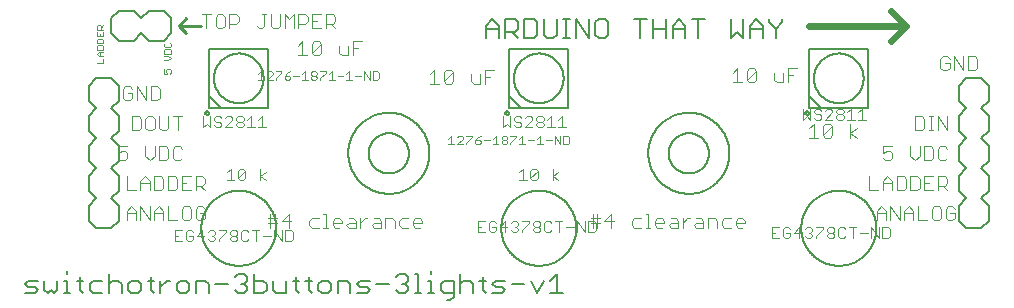
<source format=gto>
G04 EAGLE Gerber RS-274X export*
G75*
%MOMM*%
%FSLAX34Y34*%
%LPD*%
%INTop Silkscreen*%
%IPPOS*%
%AMOC8*
5,1,8,0,0,1.08239X$1,22.5*%
G01*
%ADD10C,0.152400*%
%ADD11C,0.101600*%
%ADD12C,0.609600*%
%ADD13C,0.076200*%
%ADD14C,0.254000*%
%ADD15C,0.050800*%
%ADD16C,0.127000*%
%ADD17C,0.203200*%


D10*
X-53971Y8382D02*
X-45836Y8382D01*
X-43125Y11094D01*
X-45836Y13805D01*
X-51260Y13805D01*
X-53971Y16517D01*
X-51260Y19229D01*
X-43125Y19229D01*
X-37600Y19229D02*
X-37600Y11094D01*
X-34888Y8382D01*
X-32176Y11094D01*
X-29465Y8382D01*
X-26753Y11094D01*
X-26753Y19229D01*
X-21228Y19229D02*
X-18516Y19229D01*
X-18516Y8382D01*
X-15805Y8382D02*
X-21228Y8382D01*
X-18516Y24652D02*
X-18516Y27364D01*
X-7602Y21940D02*
X-7602Y11094D01*
X-4890Y8382D01*
X-4890Y19229D02*
X-10314Y19229D01*
X3312Y19229D02*
X11447Y19229D01*
X3312Y19229D02*
X601Y16517D01*
X601Y11094D01*
X3312Y8382D01*
X11447Y8382D01*
X16972Y8382D02*
X16972Y24652D01*
X19684Y19229D02*
X16972Y16517D01*
X19684Y19229D02*
X25107Y19229D01*
X27819Y16517D01*
X27819Y8382D01*
X36055Y8382D02*
X41479Y8382D01*
X44190Y11094D01*
X44190Y16517D01*
X41479Y19229D01*
X36055Y19229D01*
X33344Y16517D01*
X33344Y11094D01*
X36055Y8382D01*
X52427Y11094D02*
X52427Y21940D01*
X52427Y11094D02*
X55139Y8382D01*
X55139Y19229D02*
X49715Y19229D01*
X60630Y19229D02*
X60630Y8382D01*
X60630Y13805D02*
X66053Y19229D01*
X68765Y19229D01*
X76984Y8382D02*
X82408Y8382D01*
X85119Y11094D01*
X85119Y16517D01*
X82408Y19229D01*
X76984Y19229D01*
X74273Y16517D01*
X74273Y11094D01*
X76984Y8382D01*
X90644Y8382D02*
X90644Y19229D01*
X98779Y19229D01*
X101491Y16517D01*
X101491Y8382D01*
X107016Y16517D02*
X117862Y16517D01*
X123387Y21940D02*
X126099Y24652D01*
X131522Y24652D01*
X134234Y21940D01*
X134234Y19229D01*
X131522Y16517D01*
X128811Y16517D01*
X131522Y16517D02*
X134234Y13805D01*
X134234Y11094D01*
X131522Y8382D01*
X126099Y8382D01*
X123387Y11094D01*
X139759Y8382D02*
X139759Y24652D01*
X139759Y8382D02*
X147894Y8382D01*
X150606Y11094D01*
X150606Y16517D01*
X147894Y19229D01*
X139759Y19229D01*
X156131Y19229D02*
X156131Y11094D01*
X158842Y8382D01*
X166977Y8382D01*
X166977Y19229D01*
X175214Y21940D02*
X175214Y11094D01*
X177925Y8382D01*
X177925Y19229D02*
X172502Y19229D01*
X186128Y21940D02*
X186128Y11094D01*
X188840Y8382D01*
X188840Y19229D02*
X183416Y19229D01*
X197042Y8382D02*
X202466Y8382D01*
X205177Y11094D01*
X205177Y16517D01*
X202466Y19229D01*
X197042Y19229D01*
X194331Y16517D01*
X194331Y11094D01*
X197042Y8382D01*
X210702Y8382D02*
X210702Y19229D01*
X218837Y19229D01*
X221549Y16517D01*
X221549Y8382D01*
X227074Y8382D02*
X235209Y8382D01*
X237921Y11094D01*
X235209Y13805D01*
X229786Y13805D01*
X227074Y16517D01*
X229786Y19229D01*
X237921Y19229D01*
X243446Y16517D02*
X254292Y16517D01*
X259817Y21940D02*
X262529Y24652D01*
X267952Y24652D01*
X270664Y21940D01*
X270664Y19229D01*
X267952Y16517D01*
X265240Y16517D01*
X267952Y16517D02*
X270664Y13805D01*
X270664Y11094D01*
X267952Y8382D01*
X262529Y8382D01*
X259817Y11094D01*
X276189Y24652D02*
X278900Y24652D01*
X278900Y8382D01*
X276189Y8382D02*
X281612Y8382D01*
X287103Y19229D02*
X289815Y19229D01*
X289815Y8382D01*
X292526Y8382D02*
X287103Y8382D01*
X289815Y24652D02*
X289815Y27364D01*
X303441Y2959D02*
X306152Y2959D01*
X308864Y5670D01*
X308864Y19229D01*
X300729Y19229D01*
X298017Y16517D01*
X298017Y11094D01*
X300729Y8382D01*
X308864Y8382D01*
X314389Y8382D02*
X314389Y24652D01*
X317101Y19229D02*
X314389Y16517D01*
X317101Y19229D02*
X322524Y19229D01*
X325236Y16517D01*
X325236Y8382D01*
X333472Y11094D02*
X333472Y21940D01*
X333472Y11094D02*
X336184Y8382D01*
X336184Y19229D02*
X330761Y19229D01*
X341675Y8382D02*
X349810Y8382D01*
X352522Y11094D01*
X349810Y13805D01*
X344387Y13805D01*
X341675Y16517D01*
X344387Y19229D01*
X352522Y19229D01*
X358046Y16517D02*
X368893Y16517D01*
X374418Y19229D02*
X379841Y8382D01*
X385265Y19229D01*
X390790Y19229D02*
X396213Y24652D01*
X396213Y8382D01*
X390790Y8382D02*
X401636Y8382D01*
D11*
X726923Y209052D02*
X728872Y207103D01*
X726923Y209052D02*
X723025Y209052D01*
X721076Y207103D01*
X721076Y199307D01*
X723025Y197358D01*
X726923Y197358D01*
X728872Y199307D01*
X728872Y203205D01*
X724974Y203205D01*
X732770Y197358D02*
X732770Y209052D01*
X740566Y197358D01*
X740566Y209052D01*
X744464Y209052D02*
X744464Y197358D01*
X750311Y197358D01*
X752260Y199307D01*
X752260Y207103D01*
X750311Y209052D01*
X744464Y209052D01*
X699574Y158252D02*
X699574Y146558D01*
X705421Y146558D01*
X707370Y148507D01*
X707370Y156303D01*
X705421Y158252D01*
X699574Y158252D01*
X711268Y146558D02*
X715166Y146558D01*
X713217Y146558D02*
X713217Y158252D01*
X711268Y158252D02*
X715166Y158252D01*
X719064Y158252D02*
X719064Y146558D01*
X726860Y146558D02*
X719064Y158252D01*
X726860Y158252D02*
X726860Y146558D01*
X680084Y132852D02*
X672288Y132852D01*
X672288Y127005D01*
X676186Y128954D01*
X678135Y128954D01*
X680084Y127005D01*
X680084Y123107D01*
X678135Y121158D01*
X674237Y121158D01*
X672288Y123107D01*
X695676Y125056D02*
X695676Y132852D01*
X695676Y125056D02*
X699574Y121158D01*
X703472Y125056D01*
X703472Y132852D01*
X707370Y132852D02*
X707370Y121158D01*
X713217Y121158D01*
X715166Y123107D01*
X715166Y130903D01*
X713217Y132852D01*
X707370Y132852D01*
X724911Y132852D02*
X726860Y130903D01*
X724911Y132852D02*
X721013Y132852D01*
X719064Y130903D01*
X719064Y123107D01*
X721013Y121158D01*
X724911Y121158D01*
X726860Y123107D01*
X660594Y107452D02*
X660594Y95758D01*
X668390Y95758D01*
X672288Y95758D02*
X672288Y103554D01*
X676186Y107452D01*
X680084Y103554D01*
X680084Y95758D01*
X680084Y101605D02*
X672288Y101605D01*
X683982Y107452D02*
X683982Y95758D01*
X689829Y95758D01*
X691778Y97707D01*
X691778Y105503D01*
X689829Y107452D01*
X683982Y107452D01*
X695676Y107452D02*
X695676Y95758D01*
X701523Y95758D01*
X703472Y97707D01*
X703472Y105503D01*
X701523Y107452D01*
X695676Y107452D01*
X707370Y107452D02*
X715166Y107452D01*
X707370Y107452D02*
X707370Y95758D01*
X715166Y95758D01*
X711268Y101605D02*
X707370Y101605D01*
X719064Y95758D02*
X719064Y107452D01*
X724911Y107452D01*
X726860Y105503D01*
X726860Y101605D01*
X724911Y99656D01*
X719064Y99656D01*
X722962Y99656D02*
X726860Y95758D01*
X666944Y78154D02*
X666944Y70358D01*
X666944Y78154D02*
X670842Y82052D01*
X674740Y78154D01*
X674740Y70358D01*
X674740Y76205D02*
X666944Y76205D01*
X678638Y70358D02*
X678638Y82052D01*
X686434Y70358D01*
X686434Y82052D01*
X690332Y78154D02*
X690332Y70358D01*
X690332Y78154D02*
X694230Y82052D01*
X698128Y78154D01*
X698128Y70358D01*
X698128Y76205D02*
X690332Y76205D01*
X702026Y82052D02*
X702026Y70358D01*
X709822Y70358D01*
X715669Y82052D02*
X719567Y82052D01*
X715669Y82052D02*
X713720Y80103D01*
X713720Y72307D01*
X715669Y70358D01*
X719567Y70358D01*
X721516Y72307D01*
X721516Y80103D01*
X719567Y82052D01*
X731261Y82052D02*
X733210Y80103D01*
X731261Y82052D02*
X727363Y82052D01*
X725414Y80103D01*
X725414Y72307D01*
X727363Y70358D01*
X731261Y70358D01*
X733210Y72307D01*
X733210Y76205D01*
X729312Y76205D01*
X36722Y181703D02*
X34773Y183652D01*
X30875Y183652D01*
X28926Y181703D01*
X28926Y173907D01*
X30875Y171958D01*
X34773Y171958D01*
X36722Y173907D01*
X36722Y177805D01*
X32824Y177805D01*
X40620Y171958D02*
X40620Y183652D01*
X48416Y171958D01*
X48416Y183652D01*
X52314Y183652D02*
X52314Y171958D01*
X58161Y171958D01*
X60110Y173907D01*
X60110Y181703D01*
X58161Y183652D01*
X52314Y183652D01*
X36282Y158252D02*
X36282Y146558D01*
X42129Y146558D01*
X44078Y148507D01*
X44078Y156303D01*
X42129Y158252D01*
X36282Y158252D01*
X49925Y158252D02*
X53823Y158252D01*
X49925Y158252D02*
X47976Y156303D01*
X47976Y148507D01*
X49925Y146558D01*
X53823Y146558D01*
X55772Y148507D01*
X55772Y156303D01*
X53823Y158252D01*
X59670Y158252D02*
X59670Y148507D01*
X61619Y146558D01*
X65517Y146558D01*
X67466Y148507D01*
X67466Y158252D01*
X75262Y158252D02*
X75262Y146558D01*
X71364Y158252D02*
X79160Y158252D01*
X32384Y132852D02*
X24588Y132852D01*
X24588Y127005D01*
X28486Y128954D01*
X30435Y128954D01*
X32384Y127005D01*
X32384Y123107D01*
X30435Y121158D01*
X26537Y121158D01*
X24588Y123107D01*
X47976Y125056D02*
X47976Y132852D01*
X47976Y125056D02*
X51874Y121158D01*
X55772Y125056D01*
X55772Y132852D01*
X59670Y132852D02*
X59670Y121158D01*
X65517Y121158D01*
X67466Y123107D01*
X67466Y130903D01*
X65517Y132852D01*
X59670Y132852D01*
X77211Y132852D02*
X79160Y130903D01*
X77211Y132852D02*
X73313Y132852D01*
X71364Y130903D01*
X71364Y123107D01*
X73313Y121158D01*
X77211Y121158D01*
X79160Y123107D01*
X31944Y107452D02*
X31944Y95758D01*
X39740Y95758D01*
X43638Y95758D02*
X43638Y103554D01*
X47536Y107452D01*
X51434Y103554D01*
X51434Y95758D01*
X51434Y101605D02*
X43638Y101605D01*
X55332Y107452D02*
X55332Y95758D01*
X61179Y95758D01*
X63128Y97707D01*
X63128Y105503D01*
X61179Y107452D01*
X55332Y107452D01*
X67026Y107452D02*
X67026Y95758D01*
X72873Y95758D01*
X74822Y97707D01*
X74822Y105503D01*
X72873Y107452D01*
X67026Y107452D01*
X78720Y107452D02*
X86516Y107452D01*
X78720Y107452D02*
X78720Y95758D01*
X86516Y95758D01*
X82618Y101605D02*
X78720Y101605D01*
X90414Y95758D02*
X90414Y107452D01*
X96261Y107452D01*
X98210Y105503D01*
X98210Y101605D01*
X96261Y99656D01*
X90414Y99656D01*
X94312Y99656D02*
X98210Y95758D01*
X31944Y78154D02*
X31944Y70358D01*
X31944Y78154D02*
X35842Y82052D01*
X39740Y78154D01*
X39740Y70358D01*
X39740Y76205D02*
X31944Y76205D01*
X43638Y70358D02*
X43638Y82052D01*
X51434Y70358D01*
X51434Y82052D01*
X55332Y78154D02*
X55332Y70358D01*
X55332Y78154D02*
X59230Y82052D01*
X63128Y78154D01*
X63128Y70358D01*
X63128Y76205D02*
X55332Y76205D01*
X67026Y82052D02*
X67026Y70358D01*
X74822Y70358D01*
X80669Y82052D02*
X84567Y82052D01*
X80669Y82052D02*
X78720Y80103D01*
X78720Y72307D01*
X80669Y70358D01*
X84567Y70358D01*
X86516Y72307D01*
X86516Y80103D01*
X84567Y82052D01*
X96261Y82052D02*
X98210Y80103D01*
X96261Y82052D02*
X92363Y82052D01*
X90414Y80103D01*
X90414Y72307D01*
X92363Y70358D01*
X96261Y70358D01*
X98210Y72307D01*
X98210Y76205D01*
X94312Y76205D01*
D10*
X336094Y224282D02*
X336094Y235129D01*
X341517Y240552D01*
X346940Y235129D01*
X346940Y224282D01*
X346940Y232417D02*
X336094Y232417D01*
X352465Y224282D02*
X352465Y240552D01*
X360600Y240552D01*
X363312Y237840D01*
X363312Y232417D01*
X360600Y229705D01*
X352465Y229705D01*
X357889Y229705D02*
X363312Y224282D01*
X368837Y224282D02*
X368837Y240552D01*
X368837Y224282D02*
X376972Y224282D01*
X379683Y226994D01*
X379683Y237840D01*
X376972Y240552D01*
X368837Y240552D01*
X385208Y240552D02*
X385208Y226994D01*
X387920Y224282D01*
X393343Y224282D01*
X396055Y226994D01*
X396055Y240552D01*
X401580Y224282D02*
X407003Y224282D01*
X404292Y224282D02*
X404292Y240552D01*
X407003Y240552D02*
X401580Y240552D01*
X412494Y240552D02*
X412494Y224282D01*
X423341Y224282D02*
X412494Y240552D01*
X423341Y240552D02*
X423341Y224282D01*
X431578Y240552D02*
X437001Y240552D01*
X431578Y240552D02*
X428866Y237840D01*
X428866Y226994D01*
X431578Y224282D01*
X437001Y224282D01*
X439713Y226994D01*
X439713Y237840D01*
X437001Y240552D01*
X467032Y240552D02*
X467032Y224282D01*
X461609Y240552D02*
X472456Y240552D01*
X477981Y240552D02*
X477981Y224282D01*
X477981Y232417D02*
X488827Y232417D01*
X488827Y240552D02*
X488827Y224282D01*
X494352Y224282D02*
X494352Y235129D01*
X499775Y240552D01*
X505199Y235129D01*
X505199Y224282D01*
X505199Y232417D02*
X494352Y232417D01*
X516147Y224282D02*
X516147Y240552D01*
X510724Y240552D02*
X521570Y240552D01*
X543467Y240552D02*
X543467Y224282D01*
X548890Y229705D01*
X554313Y224282D01*
X554313Y240552D01*
X559838Y235129D02*
X559838Y224282D01*
X559838Y235129D02*
X565262Y240552D01*
X570685Y235129D01*
X570685Y224282D01*
X570685Y232417D02*
X559838Y232417D01*
X576210Y237840D02*
X576210Y240552D01*
X576210Y237840D02*
X581633Y232417D01*
X587057Y237840D01*
X587057Y240552D01*
X581633Y232417D02*
X581633Y224282D01*
D12*
X679450Y247650D02*
X692150Y234950D01*
X679450Y222250D01*
X692150Y234950D02*
X609600Y234950D01*
D11*
X99556Y232918D02*
X99556Y244612D01*
X95658Y244612D02*
X103454Y244612D01*
X109301Y244612D02*
X113199Y244612D01*
X109301Y244612D02*
X107352Y242663D01*
X107352Y234867D01*
X109301Y232918D01*
X113199Y232918D01*
X115148Y234867D01*
X115148Y242663D01*
X113199Y244612D01*
X119046Y244612D02*
X119046Y232918D01*
X119046Y244612D02*
X124893Y244612D01*
X126842Y242663D01*
X126842Y238765D01*
X124893Y236816D01*
X119046Y236816D01*
X142434Y234867D02*
X144383Y232918D01*
X146332Y232918D01*
X148281Y234867D01*
X148281Y244612D01*
X146332Y244612D02*
X150230Y244612D01*
X154128Y244612D02*
X154128Y234867D01*
X156077Y232918D01*
X159975Y232918D01*
X161924Y234867D01*
X161924Y244612D01*
X165822Y244612D02*
X165822Y232918D01*
X169720Y240714D02*
X165822Y244612D01*
X169720Y240714D02*
X173618Y244612D01*
X173618Y232918D01*
X177516Y232918D02*
X177516Y244612D01*
X183363Y244612D01*
X185312Y242663D01*
X185312Y238765D01*
X183363Y236816D01*
X177516Y236816D01*
X189210Y244612D02*
X197006Y244612D01*
X189210Y244612D02*
X189210Y232918D01*
X197006Y232918D01*
X193108Y238765D02*
X189210Y238765D01*
X200904Y232918D02*
X200904Y244612D01*
X206751Y244612D01*
X208700Y242663D01*
X208700Y238765D01*
X206751Y236816D01*
X200904Y236816D01*
X204802Y236816D02*
X208700Y232918D01*
X288748Y193724D02*
X292646Y197622D01*
X292646Y185928D01*
X288748Y185928D02*
X296544Y185928D01*
X300442Y187877D02*
X300442Y195673D01*
X302391Y197622D01*
X306289Y197622D01*
X308238Y195673D01*
X308238Y187877D01*
X306289Y185928D01*
X302391Y185928D01*
X300442Y187877D01*
X308238Y195673D01*
X323830Y193724D02*
X323830Y187877D01*
X325779Y185928D01*
X331626Y185928D01*
X331626Y193724D01*
X335524Y197622D02*
X335524Y185928D01*
X335524Y197622D02*
X343320Y197622D01*
X339422Y191775D02*
X335524Y191775D01*
X609731Y148004D02*
X613629Y151902D01*
X613629Y140208D01*
X609731Y140208D02*
X617527Y140208D01*
X621425Y142157D02*
X621425Y149953D01*
X623374Y151902D01*
X627272Y151902D01*
X629221Y149953D01*
X629221Y142157D01*
X627272Y140208D01*
X623374Y140208D01*
X621425Y142157D01*
X629221Y149953D01*
X644813Y151902D02*
X644813Y140208D01*
X644813Y144106D02*
X650660Y140208D01*
X644813Y144106D02*
X650660Y148004D01*
D13*
X367705Y113927D02*
X364569Y110792D01*
X367705Y113927D02*
X367705Y104521D01*
X370840Y104521D02*
X364569Y104521D01*
X373925Y106089D02*
X373925Y112359D01*
X375492Y113927D01*
X378628Y113927D01*
X380195Y112359D01*
X380195Y106089D01*
X378628Y104521D01*
X375492Y104521D01*
X373925Y106089D01*
X380195Y112359D01*
X392635Y113927D02*
X392635Y104521D01*
X392635Y107656D02*
X397338Y104521D01*
X392635Y107656D02*
X397338Y110792D01*
X120055Y113927D02*
X116919Y110792D01*
X120055Y113927D02*
X120055Y104521D01*
X123190Y104521D02*
X116919Y104521D01*
X126275Y106089D02*
X126275Y112359D01*
X127842Y113927D01*
X130978Y113927D01*
X132545Y112359D01*
X132545Y106089D01*
X130978Y104521D01*
X127842Y104521D01*
X126275Y106089D01*
X132545Y112359D01*
X144985Y113927D02*
X144985Y104521D01*
X144985Y107656D02*
X149688Y104521D01*
X144985Y107656D02*
X149688Y110792D01*
D11*
X153726Y75702D02*
X153726Y64008D01*
X157624Y64008D02*
X157624Y75702D01*
X157624Y71804D02*
X151777Y71804D01*
X157624Y71804D02*
X159573Y71804D01*
X159573Y67906D02*
X151777Y67906D01*
X169318Y64008D02*
X169318Y75702D01*
X163471Y69855D01*
X171267Y69855D01*
X188808Y71804D02*
X194655Y71804D01*
X188808Y71804D02*
X186859Y69855D01*
X186859Y65957D01*
X188808Y64008D01*
X194655Y64008D01*
X198553Y75702D02*
X200502Y75702D01*
X200502Y64008D01*
X198553Y64008D02*
X202451Y64008D01*
X208298Y64008D02*
X212196Y64008D01*
X208298Y64008D02*
X206349Y65957D01*
X206349Y69855D01*
X208298Y71804D01*
X212196Y71804D01*
X214145Y69855D01*
X214145Y67906D01*
X206349Y67906D01*
X219992Y71804D02*
X223890Y71804D01*
X225839Y69855D01*
X225839Y64008D01*
X219992Y64008D01*
X218043Y65957D01*
X219992Y67906D01*
X225839Y67906D01*
X229737Y64008D02*
X229737Y71804D01*
X229737Y67906D02*
X233635Y71804D01*
X235584Y71804D01*
X241431Y71804D02*
X245329Y71804D01*
X247278Y69855D01*
X247278Y64008D01*
X241431Y64008D01*
X239482Y65957D01*
X241431Y67906D01*
X247278Y67906D01*
X251176Y64008D02*
X251176Y71804D01*
X257023Y71804D01*
X258972Y69855D01*
X258972Y64008D01*
X264819Y71804D02*
X270666Y71804D01*
X264819Y71804D02*
X262870Y69855D01*
X262870Y65957D01*
X264819Y64008D01*
X270666Y64008D01*
X276513Y64008D02*
X280411Y64008D01*
X276513Y64008D02*
X274564Y65957D01*
X274564Y69855D01*
X276513Y71804D01*
X280411Y71804D01*
X282360Y69855D01*
X282360Y67906D01*
X274564Y67906D01*
X426776Y64008D02*
X426776Y75702D01*
X430674Y75702D02*
X430674Y64008D01*
X430674Y71804D02*
X424827Y71804D01*
X430674Y71804D02*
X432623Y71804D01*
X432623Y67906D02*
X424827Y67906D01*
X442368Y64008D02*
X442368Y75702D01*
X436521Y69855D01*
X444317Y69855D01*
X461858Y71804D02*
X467705Y71804D01*
X461858Y71804D02*
X459909Y69855D01*
X459909Y65957D01*
X461858Y64008D01*
X467705Y64008D01*
X471603Y75702D02*
X473552Y75702D01*
X473552Y64008D01*
X471603Y64008D02*
X475501Y64008D01*
X481348Y64008D02*
X485246Y64008D01*
X481348Y64008D02*
X479399Y65957D01*
X479399Y69855D01*
X481348Y71804D01*
X485246Y71804D01*
X487195Y69855D01*
X487195Y67906D01*
X479399Y67906D01*
X493042Y71804D02*
X496940Y71804D01*
X498889Y69855D01*
X498889Y64008D01*
X493042Y64008D01*
X491093Y65957D01*
X493042Y67906D01*
X498889Y67906D01*
X502787Y64008D02*
X502787Y71804D01*
X502787Y67906D02*
X506685Y71804D01*
X508634Y71804D01*
X514481Y71804D02*
X518379Y71804D01*
X520328Y69855D01*
X520328Y64008D01*
X514481Y64008D01*
X512532Y65957D01*
X514481Y67906D01*
X520328Y67906D01*
X524226Y64008D02*
X524226Y71804D01*
X530073Y71804D01*
X532022Y69855D01*
X532022Y64008D01*
X537869Y71804D02*
X543716Y71804D01*
X537869Y71804D02*
X535920Y69855D01*
X535920Y65957D01*
X537869Y64008D01*
X543716Y64008D01*
X549563Y64008D02*
X553461Y64008D01*
X549563Y64008D02*
X547614Y65957D01*
X547614Y69855D01*
X549563Y71804D01*
X553461Y71804D01*
X555410Y69855D01*
X555410Y67906D01*
X547614Y67906D01*
X545288Y194994D02*
X549186Y198892D01*
X549186Y187198D01*
X545288Y187198D02*
X553084Y187198D01*
X556982Y189147D02*
X556982Y196943D01*
X558931Y198892D01*
X562829Y198892D01*
X564778Y196943D01*
X564778Y189147D01*
X562829Y187198D01*
X558931Y187198D01*
X556982Y189147D01*
X564778Y196943D01*
X580370Y194994D02*
X580370Y189147D01*
X582319Y187198D01*
X588166Y187198D01*
X588166Y194994D01*
X592064Y198892D02*
X592064Y187198D01*
X592064Y198892D02*
X599860Y198892D01*
X595962Y193045D02*
X592064Y193045D01*
D13*
X604650Y164727D02*
X604650Y155321D01*
X607785Y158456D01*
X610921Y155321D01*
X610921Y164727D01*
X618708Y164727D02*
X620276Y163159D01*
X618708Y164727D02*
X615573Y164727D01*
X614005Y163159D01*
X614005Y161592D01*
X615573Y160024D01*
X618708Y160024D01*
X620276Y158456D01*
X620276Y156889D01*
X618708Y155321D01*
X615573Y155321D01*
X614005Y156889D01*
X623360Y155321D02*
X629631Y155321D01*
X623360Y155321D02*
X629631Y161592D01*
X629631Y163159D01*
X628063Y164727D01*
X624928Y164727D01*
X623360Y163159D01*
X632715Y163159D02*
X634283Y164727D01*
X637418Y164727D01*
X638986Y163159D01*
X638986Y161592D01*
X637418Y160024D01*
X638986Y158456D01*
X638986Y156889D01*
X637418Y155321D01*
X634283Y155321D01*
X632715Y156889D01*
X632715Y158456D01*
X634283Y160024D01*
X632715Y161592D01*
X632715Y163159D01*
X634283Y160024D02*
X637418Y160024D01*
X642071Y161592D02*
X645206Y164727D01*
X645206Y155321D01*
X642071Y155321D02*
X648341Y155321D01*
X651426Y161592D02*
X654561Y164727D01*
X654561Y155321D01*
X651426Y155321D02*
X657696Y155321D01*
X350650Y158377D02*
X350650Y148971D01*
X353785Y152106D01*
X356921Y148971D01*
X356921Y158377D01*
X364708Y158377D02*
X366276Y156809D01*
X364708Y158377D02*
X361573Y158377D01*
X360005Y156809D01*
X360005Y155242D01*
X361573Y153674D01*
X364708Y153674D01*
X366276Y152106D01*
X366276Y150539D01*
X364708Y148971D01*
X361573Y148971D01*
X360005Y150539D01*
X369360Y148971D02*
X375631Y148971D01*
X369360Y148971D02*
X375631Y155242D01*
X375631Y156809D01*
X374063Y158377D01*
X370928Y158377D01*
X369360Y156809D01*
X378715Y156809D02*
X380283Y158377D01*
X383418Y158377D01*
X384986Y156809D01*
X384986Y155242D01*
X383418Y153674D01*
X384986Y152106D01*
X384986Y150539D01*
X383418Y148971D01*
X380283Y148971D01*
X378715Y150539D01*
X378715Y152106D01*
X380283Y153674D01*
X378715Y155242D01*
X378715Y156809D01*
X380283Y153674D02*
X383418Y153674D01*
X388071Y155242D02*
X391206Y158377D01*
X391206Y148971D01*
X388071Y148971D02*
X394341Y148971D01*
X397426Y155242D02*
X400561Y158377D01*
X400561Y148971D01*
X397426Y148971D02*
X403696Y148971D01*
X96650Y148971D02*
X96650Y158377D01*
X99785Y152106D02*
X96650Y148971D01*
X99785Y152106D02*
X102921Y148971D01*
X102921Y158377D01*
X110708Y158377D02*
X112276Y156809D01*
X110708Y158377D02*
X107573Y158377D01*
X106005Y156809D01*
X106005Y155242D01*
X107573Y153674D01*
X110708Y153674D01*
X112276Y152106D01*
X112276Y150539D01*
X110708Y148971D01*
X107573Y148971D01*
X106005Y150539D01*
X115360Y148971D02*
X121631Y148971D01*
X115360Y148971D02*
X121631Y155242D01*
X121631Y156809D01*
X120063Y158377D01*
X116928Y158377D01*
X115360Y156809D01*
X124715Y156809D02*
X126283Y158377D01*
X129418Y158377D01*
X130986Y156809D01*
X130986Y155242D01*
X129418Y153674D01*
X130986Y152106D01*
X130986Y150539D01*
X129418Y148971D01*
X126283Y148971D01*
X124715Y150539D01*
X124715Y152106D01*
X126283Y153674D01*
X124715Y155242D01*
X124715Y156809D01*
X126283Y153674D02*
X129418Y153674D01*
X134071Y155242D02*
X137206Y158377D01*
X137206Y148971D01*
X134071Y148971D02*
X140341Y148971D01*
X143426Y155242D02*
X146561Y158377D01*
X146561Y148971D01*
X143426Y148971D02*
X149696Y148971D01*
D14*
X95250Y234950D02*
X76200Y234950D01*
X82550Y241300D01*
X76200Y234950D02*
X82550Y228600D01*
D15*
X12446Y203454D02*
X6853Y203454D01*
X12446Y203454D02*
X12446Y207183D01*
X12446Y209067D02*
X8718Y209067D01*
X6853Y210931D01*
X8718Y212796D01*
X12446Y212796D01*
X9650Y212796D02*
X9650Y209067D01*
X12446Y214680D02*
X6853Y214680D01*
X12446Y214680D02*
X12446Y217477D01*
X11514Y218409D01*
X7785Y218409D01*
X6853Y217477D01*
X6853Y214680D01*
X6853Y220293D02*
X12446Y220293D01*
X12446Y223090D01*
X11514Y224022D01*
X7785Y224022D01*
X6853Y223090D01*
X6853Y220293D01*
X6853Y225906D02*
X6853Y229635D01*
X6853Y225906D02*
X12446Y225906D01*
X12446Y229635D01*
X9650Y227771D02*
X9650Y225906D01*
X12446Y231519D02*
X6853Y231519D01*
X6853Y234316D01*
X7785Y235248D01*
X9650Y235248D01*
X10582Y234316D01*
X10582Y231519D01*
X10582Y233384D02*
X12446Y235248D01*
X63749Y198167D02*
X63749Y194438D01*
X66546Y194438D01*
X65614Y196303D01*
X65614Y197235D01*
X66546Y198167D01*
X68410Y198167D01*
X69342Y197235D01*
X69342Y195371D01*
X68410Y194438D01*
X67478Y205665D02*
X63749Y205665D01*
X67478Y205665D02*
X69342Y207529D01*
X67478Y209393D01*
X63749Y209393D01*
X63749Y211278D02*
X69342Y211278D01*
X69342Y214074D01*
X68410Y215006D01*
X64681Y215006D01*
X63749Y214074D01*
X63749Y211278D01*
X63749Y219687D02*
X64681Y220619D01*
X63749Y219687D02*
X63749Y217823D01*
X64681Y216891D01*
X68410Y216891D01*
X69342Y217823D01*
X69342Y219687D01*
X68410Y220619D01*
D13*
X329274Y69477D02*
X335545Y69477D01*
X329274Y69477D02*
X329274Y60071D01*
X335545Y60071D01*
X332409Y64774D02*
X329274Y64774D01*
X343332Y69477D02*
X344900Y67909D01*
X343332Y69477D02*
X340197Y69477D01*
X338629Y67909D01*
X338629Y61639D01*
X340197Y60071D01*
X343332Y60071D01*
X344900Y61639D01*
X344900Y64774D01*
X341764Y64774D01*
X352687Y60071D02*
X352687Y69477D01*
X347984Y64774D01*
X354255Y64774D01*
X357339Y67909D02*
X358907Y69477D01*
X362042Y69477D01*
X363610Y67909D01*
X363610Y66342D01*
X362042Y64774D01*
X360475Y64774D01*
X362042Y64774D02*
X363610Y63206D01*
X363610Y61639D01*
X362042Y60071D01*
X358907Y60071D01*
X357339Y61639D01*
X366695Y69477D02*
X372965Y69477D01*
X372965Y67909D01*
X366695Y61639D01*
X366695Y60071D01*
X376050Y67909D02*
X377617Y69477D01*
X380753Y69477D01*
X382321Y67909D01*
X382321Y66342D01*
X380753Y64774D01*
X382321Y63206D01*
X382321Y61639D01*
X380753Y60071D01*
X377617Y60071D01*
X376050Y61639D01*
X376050Y63206D01*
X377617Y64774D01*
X376050Y66342D01*
X376050Y67909D01*
X377617Y64774D02*
X380753Y64774D01*
X390108Y69477D02*
X391676Y67909D01*
X390108Y69477D02*
X386973Y69477D01*
X385405Y67909D01*
X385405Y61639D01*
X386973Y60071D01*
X390108Y60071D01*
X391676Y61639D01*
X397896Y60071D02*
X397896Y69477D01*
X401031Y69477D02*
X394760Y69477D01*
X404115Y64774D02*
X410386Y64774D01*
X413471Y60071D02*
X413471Y69477D01*
X419741Y60071D01*
X419741Y69477D01*
X422826Y69477D02*
X422826Y60071D01*
X427529Y60071D01*
X429096Y61639D01*
X429096Y67909D01*
X427529Y69477D01*
X422826Y69477D01*
X145710Y196475D02*
X143253Y194018D01*
X145710Y196475D02*
X145710Y189103D01*
X143253Y189103D02*
X148168Y189103D01*
X150737Y189103D02*
X155652Y189103D01*
X150737Y189103D02*
X155652Y194018D01*
X155652Y195247D01*
X154423Y196475D01*
X151966Y196475D01*
X150737Y195247D01*
X158221Y196475D02*
X163136Y196475D01*
X163136Y195247D01*
X158221Y190332D01*
X158221Y189103D01*
X168163Y195247D02*
X170620Y196475D01*
X168163Y195247D02*
X165705Y192789D01*
X165705Y190332D01*
X166934Y189103D01*
X169391Y189103D01*
X170620Y190332D01*
X170620Y191560D01*
X169391Y192789D01*
X165705Y192789D01*
X173189Y192789D02*
X178104Y192789D01*
X180674Y194018D02*
X183131Y196475D01*
X183131Y189103D01*
X180674Y189103D02*
X185588Y189103D01*
X188158Y195247D02*
X189386Y196475D01*
X191844Y196475D01*
X193073Y195247D01*
X193073Y194018D01*
X191844Y192789D01*
X193073Y191560D01*
X193073Y190332D01*
X191844Y189103D01*
X189386Y189103D01*
X188158Y190332D01*
X188158Y191560D01*
X189386Y192789D01*
X188158Y194018D01*
X188158Y195247D01*
X189386Y192789D02*
X191844Y192789D01*
X195642Y196475D02*
X200557Y196475D01*
X200557Y195247D01*
X195642Y190332D01*
X195642Y189103D01*
X203126Y194018D02*
X205583Y196475D01*
X205583Y189103D01*
X203126Y189103D02*
X208041Y189103D01*
X210610Y192789D02*
X215525Y192789D01*
X218094Y194018D02*
X220552Y196475D01*
X220552Y189103D01*
X223009Y189103D02*
X218094Y189103D01*
X225579Y192789D02*
X230493Y192789D01*
X233063Y189103D02*
X233063Y196475D01*
X237978Y189103D01*
X237978Y196475D01*
X240547Y196475D02*
X240547Y189103D01*
X244233Y189103D01*
X245462Y190332D01*
X245462Y195247D01*
X244233Y196475D01*
X240547Y196475D01*
X304543Y139408D02*
X307000Y141865D01*
X307000Y134493D01*
X304543Y134493D02*
X309458Y134493D01*
X312027Y134493D02*
X316942Y134493D01*
X312027Y134493D02*
X316942Y139408D01*
X316942Y140637D01*
X315713Y141865D01*
X313256Y141865D01*
X312027Y140637D01*
X319511Y141865D02*
X324426Y141865D01*
X324426Y140637D01*
X319511Y135722D01*
X319511Y134493D01*
X329453Y140637D02*
X331910Y141865D01*
X329453Y140637D02*
X326995Y138179D01*
X326995Y135722D01*
X328224Y134493D01*
X330681Y134493D01*
X331910Y135722D01*
X331910Y136950D01*
X330681Y138179D01*
X326995Y138179D01*
X334479Y138179D02*
X339394Y138179D01*
X341964Y139408D02*
X344421Y141865D01*
X344421Y134493D01*
X341964Y134493D02*
X346878Y134493D01*
X349448Y140637D02*
X350676Y141865D01*
X353134Y141865D01*
X354363Y140637D01*
X354363Y139408D01*
X353134Y138179D01*
X354363Y136950D01*
X354363Y135722D01*
X353134Y134493D01*
X350676Y134493D01*
X349448Y135722D01*
X349448Y136950D01*
X350676Y138179D01*
X349448Y139408D01*
X349448Y140637D01*
X350676Y138179D02*
X353134Y138179D01*
X356932Y141865D02*
X361847Y141865D01*
X361847Y140637D01*
X356932Y135722D01*
X356932Y134493D01*
X364416Y139408D02*
X366873Y141865D01*
X366873Y134493D01*
X364416Y134493D02*
X369331Y134493D01*
X371900Y138179D02*
X376815Y138179D01*
X379384Y139408D02*
X381842Y141865D01*
X381842Y134493D01*
X384299Y134493D02*
X379384Y134493D01*
X386869Y138179D02*
X391783Y138179D01*
X394353Y134493D02*
X394353Y141865D01*
X399268Y134493D01*
X399268Y141865D01*
X401837Y141865D02*
X401837Y134493D01*
X405523Y134493D01*
X406752Y135722D01*
X406752Y140637D01*
X405523Y141865D01*
X401837Y141865D01*
X79005Y61857D02*
X72734Y61857D01*
X72734Y52451D01*
X79005Y52451D01*
X75869Y57154D02*
X72734Y57154D01*
X86792Y61857D02*
X88360Y60289D01*
X86792Y61857D02*
X83657Y61857D01*
X82089Y60289D01*
X82089Y54019D01*
X83657Y52451D01*
X86792Y52451D01*
X88360Y54019D01*
X88360Y57154D01*
X85224Y57154D01*
X96147Y52451D02*
X96147Y61857D01*
X91444Y57154D01*
X97715Y57154D01*
X100799Y60289D02*
X102367Y61857D01*
X105502Y61857D01*
X107070Y60289D01*
X107070Y58722D01*
X105502Y57154D01*
X103935Y57154D01*
X105502Y57154D02*
X107070Y55586D01*
X107070Y54019D01*
X105502Y52451D01*
X102367Y52451D01*
X100799Y54019D01*
X110155Y61857D02*
X116425Y61857D01*
X116425Y60289D01*
X110155Y54019D01*
X110155Y52451D01*
X119510Y60289D02*
X121077Y61857D01*
X124213Y61857D01*
X125781Y60289D01*
X125781Y58722D01*
X124213Y57154D01*
X125781Y55586D01*
X125781Y54019D01*
X124213Y52451D01*
X121077Y52451D01*
X119510Y54019D01*
X119510Y55586D01*
X121077Y57154D01*
X119510Y58722D01*
X119510Y60289D01*
X121077Y57154D02*
X124213Y57154D01*
X133568Y61857D02*
X135136Y60289D01*
X133568Y61857D02*
X130433Y61857D01*
X128865Y60289D01*
X128865Y54019D01*
X130433Y52451D01*
X133568Y52451D01*
X135136Y54019D01*
X141356Y52451D02*
X141356Y61857D01*
X144491Y61857D02*
X138220Y61857D01*
X147575Y57154D02*
X153846Y57154D01*
X156931Y52451D02*
X156931Y61857D01*
X163201Y52451D01*
X163201Y61857D01*
X166286Y61857D02*
X166286Y52451D01*
X170989Y52451D01*
X172556Y54019D01*
X172556Y60289D01*
X170989Y61857D01*
X166286Y61857D01*
X578194Y64397D02*
X584465Y64397D01*
X578194Y64397D02*
X578194Y54991D01*
X584465Y54991D01*
X581329Y59694D02*
X578194Y59694D01*
X592252Y64397D02*
X593820Y62829D01*
X592252Y64397D02*
X589117Y64397D01*
X587549Y62829D01*
X587549Y56559D01*
X589117Y54991D01*
X592252Y54991D01*
X593820Y56559D01*
X593820Y59694D01*
X590684Y59694D01*
X601607Y54991D02*
X601607Y64397D01*
X596904Y59694D01*
X603175Y59694D01*
X606259Y62829D02*
X607827Y64397D01*
X610962Y64397D01*
X612530Y62829D01*
X612530Y61262D01*
X610962Y59694D01*
X609395Y59694D01*
X610962Y59694D02*
X612530Y58126D01*
X612530Y56559D01*
X610962Y54991D01*
X607827Y54991D01*
X606259Y56559D01*
X615615Y64397D02*
X621885Y64397D01*
X621885Y62829D01*
X615615Y56559D01*
X615615Y54991D01*
X624970Y62829D02*
X626537Y64397D01*
X629673Y64397D01*
X631241Y62829D01*
X631241Y61262D01*
X629673Y59694D01*
X631241Y58126D01*
X631241Y56559D01*
X629673Y54991D01*
X626537Y54991D01*
X624970Y56559D01*
X624970Y58126D01*
X626537Y59694D01*
X624970Y61262D01*
X624970Y62829D01*
X626537Y59694D02*
X629673Y59694D01*
X639028Y64397D02*
X640596Y62829D01*
X639028Y64397D02*
X635893Y64397D01*
X634325Y62829D01*
X634325Y56559D01*
X635893Y54991D01*
X639028Y54991D01*
X640596Y56559D01*
X646816Y54991D02*
X646816Y64397D01*
X649951Y64397D02*
X643680Y64397D01*
X653035Y59694D02*
X659306Y59694D01*
X662391Y54991D02*
X662391Y64397D01*
X668661Y54991D01*
X668661Y64397D01*
X671746Y64397D02*
X671746Y54991D01*
X676449Y54991D01*
X678016Y56559D01*
X678016Y62829D01*
X676449Y64397D01*
X671746Y64397D01*
D11*
X180886Y221752D02*
X176988Y217854D01*
X180886Y221752D02*
X180886Y210058D01*
X176988Y210058D02*
X184784Y210058D01*
X188682Y212007D02*
X188682Y219803D01*
X190631Y221752D01*
X194529Y221752D01*
X196478Y219803D01*
X196478Y212007D01*
X194529Y210058D01*
X190631Y210058D01*
X188682Y212007D01*
X196478Y219803D01*
X212070Y217854D02*
X212070Y212007D01*
X214019Y210058D01*
X219866Y210058D01*
X219866Y217854D01*
X223764Y221752D02*
X223764Y210058D01*
X223764Y221752D02*
X231560Y221752D01*
X227662Y215905D02*
X223764Y215905D01*
D16*
X660000Y215500D02*
X660000Y165500D01*
X620000Y165500D01*
X610000Y165500D01*
X610000Y175500D01*
X610000Y215500D01*
X660000Y215500D01*
X610000Y175500D02*
X620000Y165500D01*
X606706Y161160D02*
X606708Y161235D01*
X606714Y161309D01*
X606724Y161383D01*
X606737Y161456D01*
X606755Y161529D01*
X606776Y161600D01*
X606801Y161671D01*
X606830Y161740D01*
X606863Y161807D01*
X606899Y161872D01*
X606938Y161936D01*
X606980Y161997D01*
X607026Y162056D01*
X607075Y162113D01*
X607127Y162166D01*
X607181Y162217D01*
X607238Y162266D01*
X607298Y162310D01*
X607360Y162352D01*
X607424Y162391D01*
X607490Y162426D01*
X607557Y162457D01*
X607627Y162485D01*
X607697Y162509D01*
X607769Y162530D01*
X607842Y162546D01*
X607915Y162559D01*
X607990Y162568D01*
X608064Y162573D01*
X608139Y162574D01*
X608213Y162571D01*
X608288Y162564D01*
X608361Y162553D01*
X608435Y162539D01*
X608507Y162520D01*
X608578Y162498D01*
X608648Y162472D01*
X608717Y162442D01*
X608783Y162409D01*
X608848Y162372D01*
X608911Y162332D01*
X608972Y162288D01*
X609030Y162242D01*
X609086Y162192D01*
X609139Y162140D01*
X609190Y162085D01*
X609237Y162027D01*
X609281Y161967D01*
X609322Y161904D01*
X609360Y161840D01*
X609394Y161774D01*
X609425Y161705D01*
X609452Y161636D01*
X609475Y161565D01*
X609494Y161493D01*
X609510Y161420D01*
X609522Y161346D01*
X609530Y161272D01*
X609534Y161197D01*
X609534Y161123D01*
X609530Y161048D01*
X609522Y160974D01*
X609510Y160900D01*
X609494Y160827D01*
X609475Y160755D01*
X609452Y160684D01*
X609425Y160615D01*
X609394Y160546D01*
X609360Y160480D01*
X609322Y160416D01*
X609281Y160353D01*
X609237Y160293D01*
X609190Y160235D01*
X609139Y160180D01*
X609086Y160128D01*
X609030Y160078D01*
X608972Y160032D01*
X608911Y159988D01*
X608848Y159948D01*
X608783Y159911D01*
X608717Y159878D01*
X608648Y159848D01*
X608578Y159822D01*
X608507Y159800D01*
X608435Y159781D01*
X608361Y159767D01*
X608288Y159756D01*
X608213Y159749D01*
X608139Y159746D01*
X608064Y159747D01*
X607990Y159752D01*
X607915Y159761D01*
X607842Y159774D01*
X607769Y159790D01*
X607697Y159811D01*
X607627Y159835D01*
X607557Y159863D01*
X607490Y159894D01*
X607424Y159929D01*
X607360Y159968D01*
X607298Y160010D01*
X607238Y160054D01*
X607181Y160103D01*
X607127Y160154D01*
X607075Y160207D01*
X607026Y160264D01*
X606980Y160323D01*
X606938Y160384D01*
X606899Y160448D01*
X606863Y160513D01*
X606830Y160580D01*
X606801Y160649D01*
X606776Y160720D01*
X606755Y160791D01*
X606737Y160864D01*
X606724Y160937D01*
X606714Y161011D01*
X606708Y161085D01*
X606706Y161160D01*
X614000Y190500D02*
X614006Y191015D01*
X614025Y191530D01*
X614057Y192045D01*
X614101Y192558D01*
X614158Y193071D01*
X614227Y193581D01*
X614309Y194090D01*
X614404Y194597D01*
X614510Y195101D01*
X614629Y195603D01*
X614761Y196101D01*
X614904Y196596D01*
X615060Y197087D01*
X615228Y197575D01*
X615407Y198058D01*
X615599Y198536D01*
X615802Y199010D01*
X616016Y199479D01*
X616242Y199942D01*
X616480Y200399D01*
X616728Y200851D01*
X616988Y201296D01*
X617258Y201735D01*
X617539Y202167D01*
X617831Y202592D01*
X618133Y203010D01*
X618445Y203420D01*
X618767Y203822D01*
X619099Y204217D01*
X619440Y204603D01*
X619791Y204980D01*
X620151Y205349D01*
X620520Y205709D01*
X620897Y206060D01*
X621283Y206401D01*
X621678Y206733D01*
X622080Y207055D01*
X622490Y207367D01*
X622908Y207669D01*
X623333Y207961D01*
X623765Y208242D01*
X624204Y208512D01*
X624649Y208772D01*
X625101Y209020D01*
X625558Y209258D01*
X626021Y209484D01*
X626490Y209698D01*
X626964Y209901D01*
X627442Y210093D01*
X627925Y210272D01*
X628413Y210440D01*
X628904Y210596D01*
X629399Y210739D01*
X629897Y210871D01*
X630399Y210990D01*
X630903Y211096D01*
X631410Y211191D01*
X631919Y211273D01*
X632429Y211342D01*
X632942Y211399D01*
X633455Y211443D01*
X633970Y211475D01*
X634485Y211494D01*
X635000Y211500D01*
X635515Y211494D01*
X636030Y211475D01*
X636545Y211443D01*
X637058Y211399D01*
X637571Y211342D01*
X638081Y211273D01*
X638590Y211191D01*
X639097Y211096D01*
X639601Y210990D01*
X640103Y210871D01*
X640601Y210739D01*
X641096Y210596D01*
X641587Y210440D01*
X642075Y210272D01*
X642558Y210093D01*
X643036Y209901D01*
X643510Y209698D01*
X643979Y209484D01*
X644442Y209258D01*
X644899Y209020D01*
X645351Y208772D01*
X645796Y208512D01*
X646235Y208242D01*
X646667Y207961D01*
X647092Y207669D01*
X647510Y207367D01*
X647920Y207055D01*
X648322Y206733D01*
X648717Y206401D01*
X649103Y206060D01*
X649480Y205709D01*
X649849Y205349D01*
X650209Y204980D01*
X650560Y204603D01*
X650901Y204217D01*
X651233Y203822D01*
X651555Y203420D01*
X651867Y203010D01*
X652169Y202592D01*
X652461Y202167D01*
X652742Y201735D01*
X653012Y201296D01*
X653272Y200851D01*
X653520Y200399D01*
X653758Y199942D01*
X653984Y199479D01*
X654198Y199010D01*
X654401Y198536D01*
X654593Y198058D01*
X654772Y197575D01*
X654940Y197087D01*
X655096Y196596D01*
X655239Y196101D01*
X655371Y195603D01*
X655490Y195101D01*
X655596Y194597D01*
X655691Y194090D01*
X655773Y193581D01*
X655842Y193071D01*
X655899Y192558D01*
X655943Y192045D01*
X655975Y191530D01*
X655994Y191015D01*
X656000Y190500D01*
X655994Y189985D01*
X655975Y189470D01*
X655943Y188955D01*
X655899Y188442D01*
X655842Y187929D01*
X655773Y187419D01*
X655691Y186910D01*
X655596Y186403D01*
X655490Y185899D01*
X655371Y185397D01*
X655239Y184899D01*
X655096Y184404D01*
X654940Y183913D01*
X654772Y183425D01*
X654593Y182942D01*
X654401Y182464D01*
X654198Y181990D01*
X653984Y181521D01*
X653758Y181058D01*
X653520Y180601D01*
X653272Y180149D01*
X653012Y179704D01*
X652742Y179265D01*
X652461Y178833D01*
X652169Y178408D01*
X651867Y177990D01*
X651555Y177580D01*
X651233Y177178D01*
X650901Y176783D01*
X650560Y176397D01*
X650209Y176020D01*
X649849Y175651D01*
X649480Y175291D01*
X649103Y174940D01*
X648717Y174599D01*
X648322Y174267D01*
X647920Y173945D01*
X647510Y173633D01*
X647092Y173331D01*
X646667Y173039D01*
X646235Y172758D01*
X645796Y172488D01*
X645351Y172228D01*
X644899Y171980D01*
X644442Y171742D01*
X643979Y171516D01*
X643510Y171302D01*
X643036Y171099D01*
X642558Y170907D01*
X642075Y170728D01*
X641587Y170560D01*
X641096Y170404D01*
X640601Y170261D01*
X640103Y170129D01*
X639601Y170010D01*
X639097Y169904D01*
X638590Y169809D01*
X638081Y169727D01*
X637571Y169658D01*
X637058Y169601D01*
X636545Y169557D01*
X636030Y169525D01*
X635515Y169506D01*
X635000Y169500D01*
X634485Y169506D01*
X633970Y169525D01*
X633455Y169557D01*
X632942Y169601D01*
X632429Y169658D01*
X631919Y169727D01*
X631410Y169809D01*
X630903Y169904D01*
X630399Y170010D01*
X629897Y170129D01*
X629399Y170261D01*
X628904Y170404D01*
X628413Y170560D01*
X627925Y170728D01*
X627442Y170907D01*
X626964Y171099D01*
X626490Y171302D01*
X626021Y171516D01*
X625558Y171742D01*
X625101Y171980D01*
X624649Y172228D01*
X624204Y172488D01*
X623765Y172758D01*
X623333Y173039D01*
X622908Y173331D01*
X622490Y173633D01*
X622080Y173945D01*
X621678Y174267D01*
X621283Y174599D01*
X620897Y174940D01*
X620520Y175291D01*
X620151Y175651D01*
X619791Y176020D01*
X619440Y176397D01*
X619099Y176783D01*
X618767Y177178D01*
X618445Y177580D01*
X618133Y177990D01*
X617831Y178408D01*
X617539Y178833D01*
X617258Y179265D01*
X616988Y179704D01*
X616728Y180149D01*
X616480Y180601D01*
X616242Y181058D01*
X616016Y181521D01*
X615802Y181990D01*
X615599Y182464D01*
X615407Y182942D01*
X615228Y183425D01*
X615060Y183913D01*
X614904Y184404D01*
X614761Y184899D01*
X614629Y185397D01*
X614510Y185899D01*
X614404Y186403D01*
X614309Y186910D01*
X614227Y187419D01*
X614158Y187929D01*
X614101Y188442D01*
X614057Y188955D01*
X614025Y189470D01*
X614006Y189985D01*
X614000Y190500D01*
X406000Y215500D02*
X406000Y165500D01*
X366000Y165500D01*
X356000Y165500D01*
X356000Y175500D01*
X356000Y215500D01*
X406000Y215500D01*
X356000Y175500D02*
X366000Y165500D01*
X352706Y161160D02*
X352708Y161235D01*
X352714Y161309D01*
X352724Y161383D01*
X352737Y161456D01*
X352755Y161529D01*
X352776Y161600D01*
X352801Y161671D01*
X352830Y161740D01*
X352863Y161807D01*
X352899Y161872D01*
X352938Y161936D01*
X352980Y161997D01*
X353026Y162056D01*
X353075Y162113D01*
X353127Y162166D01*
X353181Y162217D01*
X353238Y162266D01*
X353298Y162310D01*
X353360Y162352D01*
X353424Y162391D01*
X353490Y162426D01*
X353557Y162457D01*
X353627Y162485D01*
X353697Y162509D01*
X353769Y162530D01*
X353842Y162546D01*
X353915Y162559D01*
X353990Y162568D01*
X354064Y162573D01*
X354139Y162574D01*
X354213Y162571D01*
X354288Y162564D01*
X354361Y162553D01*
X354435Y162539D01*
X354507Y162520D01*
X354578Y162498D01*
X354648Y162472D01*
X354717Y162442D01*
X354783Y162409D01*
X354848Y162372D01*
X354911Y162332D01*
X354972Y162288D01*
X355030Y162242D01*
X355086Y162192D01*
X355139Y162140D01*
X355190Y162085D01*
X355237Y162027D01*
X355281Y161967D01*
X355322Y161904D01*
X355360Y161840D01*
X355394Y161774D01*
X355425Y161705D01*
X355452Y161636D01*
X355475Y161565D01*
X355494Y161493D01*
X355510Y161420D01*
X355522Y161346D01*
X355530Y161272D01*
X355534Y161197D01*
X355534Y161123D01*
X355530Y161048D01*
X355522Y160974D01*
X355510Y160900D01*
X355494Y160827D01*
X355475Y160755D01*
X355452Y160684D01*
X355425Y160615D01*
X355394Y160546D01*
X355360Y160480D01*
X355322Y160416D01*
X355281Y160353D01*
X355237Y160293D01*
X355190Y160235D01*
X355139Y160180D01*
X355086Y160128D01*
X355030Y160078D01*
X354972Y160032D01*
X354911Y159988D01*
X354848Y159948D01*
X354783Y159911D01*
X354717Y159878D01*
X354648Y159848D01*
X354578Y159822D01*
X354507Y159800D01*
X354435Y159781D01*
X354361Y159767D01*
X354288Y159756D01*
X354213Y159749D01*
X354139Y159746D01*
X354064Y159747D01*
X353990Y159752D01*
X353915Y159761D01*
X353842Y159774D01*
X353769Y159790D01*
X353697Y159811D01*
X353627Y159835D01*
X353557Y159863D01*
X353490Y159894D01*
X353424Y159929D01*
X353360Y159968D01*
X353298Y160010D01*
X353238Y160054D01*
X353181Y160103D01*
X353127Y160154D01*
X353075Y160207D01*
X353026Y160264D01*
X352980Y160323D01*
X352938Y160384D01*
X352899Y160448D01*
X352863Y160513D01*
X352830Y160580D01*
X352801Y160649D01*
X352776Y160720D01*
X352755Y160791D01*
X352737Y160864D01*
X352724Y160937D01*
X352714Y161011D01*
X352708Y161085D01*
X352706Y161160D01*
X360000Y190500D02*
X360006Y191015D01*
X360025Y191530D01*
X360057Y192045D01*
X360101Y192558D01*
X360158Y193071D01*
X360227Y193581D01*
X360309Y194090D01*
X360404Y194597D01*
X360510Y195101D01*
X360629Y195603D01*
X360761Y196101D01*
X360904Y196596D01*
X361060Y197087D01*
X361228Y197575D01*
X361407Y198058D01*
X361599Y198536D01*
X361802Y199010D01*
X362016Y199479D01*
X362242Y199942D01*
X362480Y200399D01*
X362728Y200851D01*
X362988Y201296D01*
X363258Y201735D01*
X363539Y202167D01*
X363831Y202592D01*
X364133Y203010D01*
X364445Y203420D01*
X364767Y203822D01*
X365099Y204217D01*
X365440Y204603D01*
X365791Y204980D01*
X366151Y205349D01*
X366520Y205709D01*
X366897Y206060D01*
X367283Y206401D01*
X367678Y206733D01*
X368080Y207055D01*
X368490Y207367D01*
X368908Y207669D01*
X369333Y207961D01*
X369765Y208242D01*
X370204Y208512D01*
X370649Y208772D01*
X371101Y209020D01*
X371558Y209258D01*
X372021Y209484D01*
X372490Y209698D01*
X372964Y209901D01*
X373442Y210093D01*
X373925Y210272D01*
X374413Y210440D01*
X374904Y210596D01*
X375399Y210739D01*
X375897Y210871D01*
X376399Y210990D01*
X376903Y211096D01*
X377410Y211191D01*
X377919Y211273D01*
X378429Y211342D01*
X378942Y211399D01*
X379455Y211443D01*
X379970Y211475D01*
X380485Y211494D01*
X381000Y211500D01*
X381515Y211494D01*
X382030Y211475D01*
X382545Y211443D01*
X383058Y211399D01*
X383571Y211342D01*
X384081Y211273D01*
X384590Y211191D01*
X385097Y211096D01*
X385601Y210990D01*
X386103Y210871D01*
X386601Y210739D01*
X387096Y210596D01*
X387587Y210440D01*
X388075Y210272D01*
X388558Y210093D01*
X389036Y209901D01*
X389510Y209698D01*
X389979Y209484D01*
X390442Y209258D01*
X390899Y209020D01*
X391351Y208772D01*
X391796Y208512D01*
X392235Y208242D01*
X392667Y207961D01*
X393092Y207669D01*
X393510Y207367D01*
X393920Y207055D01*
X394322Y206733D01*
X394717Y206401D01*
X395103Y206060D01*
X395480Y205709D01*
X395849Y205349D01*
X396209Y204980D01*
X396560Y204603D01*
X396901Y204217D01*
X397233Y203822D01*
X397555Y203420D01*
X397867Y203010D01*
X398169Y202592D01*
X398461Y202167D01*
X398742Y201735D01*
X399012Y201296D01*
X399272Y200851D01*
X399520Y200399D01*
X399758Y199942D01*
X399984Y199479D01*
X400198Y199010D01*
X400401Y198536D01*
X400593Y198058D01*
X400772Y197575D01*
X400940Y197087D01*
X401096Y196596D01*
X401239Y196101D01*
X401371Y195603D01*
X401490Y195101D01*
X401596Y194597D01*
X401691Y194090D01*
X401773Y193581D01*
X401842Y193071D01*
X401899Y192558D01*
X401943Y192045D01*
X401975Y191530D01*
X401994Y191015D01*
X402000Y190500D01*
X401994Y189985D01*
X401975Y189470D01*
X401943Y188955D01*
X401899Y188442D01*
X401842Y187929D01*
X401773Y187419D01*
X401691Y186910D01*
X401596Y186403D01*
X401490Y185899D01*
X401371Y185397D01*
X401239Y184899D01*
X401096Y184404D01*
X400940Y183913D01*
X400772Y183425D01*
X400593Y182942D01*
X400401Y182464D01*
X400198Y181990D01*
X399984Y181521D01*
X399758Y181058D01*
X399520Y180601D01*
X399272Y180149D01*
X399012Y179704D01*
X398742Y179265D01*
X398461Y178833D01*
X398169Y178408D01*
X397867Y177990D01*
X397555Y177580D01*
X397233Y177178D01*
X396901Y176783D01*
X396560Y176397D01*
X396209Y176020D01*
X395849Y175651D01*
X395480Y175291D01*
X395103Y174940D01*
X394717Y174599D01*
X394322Y174267D01*
X393920Y173945D01*
X393510Y173633D01*
X393092Y173331D01*
X392667Y173039D01*
X392235Y172758D01*
X391796Y172488D01*
X391351Y172228D01*
X390899Y171980D01*
X390442Y171742D01*
X389979Y171516D01*
X389510Y171302D01*
X389036Y171099D01*
X388558Y170907D01*
X388075Y170728D01*
X387587Y170560D01*
X387096Y170404D01*
X386601Y170261D01*
X386103Y170129D01*
X385601Y170010D01*
X385097Y169904D01*
X384590Y169809D01*
X384081Y169727D01*
X383571Y169658D01*
X383058Y169601D01*
X382545Y169557D01*
X382030Y169525D01*
X381515Y169506D01*
X381000Y169500D01*
X380485Y169506D01*
X379970Y169525D01*
X379455Y169557D01*
X378942Y169601D01*
X378429Y169658D01*
X377919Y169727D01*
X377410Y169809D01*
X376903Y169904D01*
X376399Y170010D01*
X375897Y170129D01*
X375399Y170261D01*
X374904Y170404D01*
X374413Y170560D01*
X373925Y170728D01*
X373442Y170907D01*
X372964Y171099D01*
X372490Y171302D01*
X372021Y171516D01*
X371558Y171742D01*
X371101Y171980D01*
X370649Y172228D01*
X370204Y172488D01*
X369765Y172758D01*
X369333Y173039D01*
X368908Y173331D01*
X368490Y173633D01*
X368080Y173945D01*
X367678Y174267D01*
X367283Y174599D01*
X366897Y174940D01*
X366520Y175291D01*
X366151Y175651D01*
X365791Y176020D01*
X365440Y176397D01*
X365099Y176783D01*
X364767Y177178D01*
X364445Y177580D01*
X364133Y177990D01*
X363831Y178408D01*
X363539Y178833D01*
X363258Y179265D01*
X362988Y179704D01*
X362728Y180149D01*
X362480Y180601D01*
X362242Y181058D01*
X362016Y181521D01*
X361802Y181990D01*
X361599Y182464D01*
X361407Y182942D01*
X361228Y183425D01*
X361060Y183913D01*
X360904Y184404D01*
X360761Y184899D01*
X360629Y185397D01*
X360510Y185899D01*
X360404Y186403D01*
X360309Y186910D01*
X360227Y187419D01*
X360158Y187929D01*
X360101Y188442D01*
X360057Y188955D01*
X360025Y189470D01*
X360006Y189985D01*
X360000Y190500D01*
X152000Y215500D02*
X152000Y165500D01*
X112000Y165500D01*
X102000Y165500D01*
X102000Y175500D01*
X102000Y215500D01*
X152000Y215500D01*
X102000Y175500D02*
X112000Y165500D01*
X98706Y161160D02*
X98708Y161235D01*
X98714Y161309D01*
X98724Y161383D01*
X98737Y161456D01*
X98755Y161529D01*
X98776Y161600D01*
X98801Y161671D01*
X98830Y161740D01*
X98863Y161807D01*
X98899Y161872D01*
X98938Y161936D01*
X98980Y161997D01*
X99026Y162056D01*
X99075Y162113D01*
X99127Y162166D01*
X99181Y162217D01*
X99238Y162266D01*
X99298Y162310D01*
X99360Y162352D01*
X99424Y162391D01*
X99490Y162426D01*
X99557Y162457D01*
X99627Y162485D01*
X99697Y162509D01*
X99769Y162530D01*
X99842Y162546D01*
X99915Y162559D01*
X99990Y162568D01*
X100064Y162573D01*
X100139Y162574D01*
X100213Y162571D01*
X100288Y162564D01*
X100361Y162553D01*
X100435Y162539D01*
X100507Y162520D01*
X100578Y162498D01*
X100648Y162472D01*
X100717Y162442D01*
X100783Y162409D01*
X100848Y162372D01*
X100911Y162332D01*
X100972Y162288D01*
X101030Y162242D01*
X101086Y162192D01*
X101139Y162140D01*
X101190Y162085D01*
X101237Y162027D01*
X101281Y161967D01*
X101322Y161904D01*
X101360Y161840D01*
X101394Y161774D01*
X101425Y161705D01*
X101452Y161636D01*
X101475Y161565D01*
X101494Y161493D01*
X101510Y161420D01*
X101522Y161346D01*
X101530Y161272D01*
X101534Y161197D01*
X101534Y161123D01*
X101530Y161048D01*
X101522Y160974D01*
X101510Y160900D01*
X101494Y160827D01*
X101475Y160755D01*
X101452Y160684D01*
X101425Y160615D01*
X101394Y160546D01*
X101360Y160480D01*
X101322Y160416D01*
X101281Y160353D01*
X101237Y160293D01*
X101190Y160235D01*
X101139Y160180D01*
X101086Y160128D01*
X101030Y160078D01*
X100972Y160032D01*
X100911Y159988D01*
X100848Y159948D01*
X100783Y159911D01*
X100717Y159878D01*
X100648Y159848D01*
X100578Y159822D01*
X100507Y159800D01*
X100435Y159781D01*
X100361Y159767D01*
X100288Y159756D01*
X100213Y159749D01*
X100139Y159746D01*
X100064Y159747D01*
X99990Y159752D01*
X99915Y159761D01*
X99842Y159774D01*
X99769Y159790D01*
X99697Y159811D01*
X99627Y159835D01*
X99557Y159863D01*
X99490Y159894D01*
X99424Y159929D01*
X99360Y159968D01*
X99298Y160010D01*
X99238Y160054D01*
X99181Y160103D01*
X99127Y160154D01*
X99075Y160207D01*
X99026Y160264D01*
X98980Y160323D01*
X98938Y160384D01*
X98899Y160448D01*
X98863Y160513D01*
X98830Y160580D01*
X98801Y160649D01*
X98776Y160720D01*
X98755Y160791D01*
X98737Y160864D01*
X98724Y160937D01*
X98714Y161011D01*
X98708Y161085D01*
X98706Y161160D01*
X106000Y190500D02*
X106006Y191015D01*
X106025Y191530D01*
X106057Y192045D01*
X106101Y192558D01*
X106158Y193071D01*
X106227Y193581D01*
X106309Y194090D01*
X106404Y194597D01*
X106510Y195101D01*
X106629Y195603D01*
X106761Y196101D01*
X106904Y196596D01*
X107060Y197087D01*
X107228Y197575D01*
X107407Y198058D01*
X107599Y198536D01*
X107802Y199010D01*
X108016Y199479D01*
X108242Y199942D01*
X108480Y200399D01*
X108728Y200851D01*
X108988Y201296D01*
X109258Y201735D01*
X109539Y202167D01*
X109831Y202592D01*
X110133Y203010D01*
X110445Y203420D01*
X110767Y203822D01*
X111099Y204217D01*
X111440Y204603D01*
X111791Y204980D01*
X112151Y205349D01*
X112520Y205709D01*
X112897Y206060D01*
X113283Y206401D01*
X113678Y206733D01*
X114080Y207055D01*
X114490Y207367D01*
X114908Y207669D01*
X115333Y207961D01*
X115765Y208242D01*
X116204Y208512D01*
X116649Y208772D01*
X117101Y209020D01*
X117558Y209258D01*
X118021Y209484D01*
X118490Y209698D01*
X118964Y209901D01*
X119442Y210093D01*
X119925Y210272D01*
X120413Y210440D01*
X120904Y210596D01*
X121399Y210739D01*
X121897Y210871D01*
X122399Y210990D01*
X122903Y211096D01*
X123410Y211191D01*
X123919Y211273D01*
X124429Y211342D01*
X124942Y211399D01*
X125455Y211443D01*
X125970Y211475D01*
X126485Y211494D01*
X127000Y211500D01*
X127515Y211494D01*
X128030Y211475D01*
X128545Y211443D01*
X129058Y211399D01*
X129571Y211342D01*
X130081Y211273D01*
X130590Y211191D01*
X131097Y211096D01*
X131601Y210990D01*
X132103Y210871D01*
X132601Y210739D01*
X133096Y210596D01*
X133587Y210440D01*
X134075Y210272D01*
X134558Y210093D01*
X135036Y209901D01*
X135510Y209698D01*
X135979Y209484D01*
X136442Y209258D01*
X136899Y209020D01*
X137351Y208772D01*
X137796Y208512D01*
X138235Y208242D01*
X138667Y207961D01*
X139092Y207669D01*
X139510Y207367D01*
X139920Y207055D01*
X140322Y206733D01*
X140717Y206401D01*
X141103Y206060D01*
X141480Y205709D01*
X141849Y205349D01*
X142209Y204980D01*
X142560Y204603D01*
X142901Y204217D01*
X143233Y203822D01*
X143555Y203420D01*
X143867Y203010D01*
X144169Y202592D01*
X144461Y202167D01*
X144742Y201735D01*
X145012Y201296D01*
X145272Y200851D01*
X145520Y200399D01*
X145758Y199942D01*
X145984Y199479D01*
X146198Y199010D01*
X146401Y198536D01*
X146593Y198058D01*
X146772Y197575D01*
X146940Y197087D01*
X147096Y196596D01*
X147239Y196101D01*
X147371Y195603D01*
X147490Y195101D01*
X147596Y194597D01*
X147691Y194090D01*
X147773Y193581D01*
X147842Y193071D01*
X147899Y192558D01*
X147943Y192045D01*
X147975Y191530D01*
X147994Y191015D01*
X148000Y190500D01*
X147994Y189985D01*
X147975Y189470D01*
X147943Y188955D01*
X147899Y188442D01*
X147842Y187929D01*
X147773Y187419D01*
X147691Y186910D01*
X147596Y186403D01*
X147490Y185899D01*
X147371Y185397D01*
X147239Y184899D01*
X147096Y184404D01*
X146940Y183913D01*
X146772Y183425D01*
X146593Y182942D01*
X146401Y182464D01*
X146198Y181990D01*
X145984Y181521D01*
X145758Y181058D01*
X145520Y180601D01*
X145272Y180149D01*
X145012Y179704D01*
X144742Y179265D01*
X144461Y178833D01*
X144169Y178408D01*
X143867Y177990D01*
X143555Y177580D01*
X143233Y177178D01*
X142901Y176783D01*
X142560Y176397D01*
X142209Y176020D01*
X141849Y175651D01*
X141480Y175291D01*
X141103Y174940D01*
X140717Y174599D01*
X140322Y174267D01*
X139920Y173945D01*
X139510Y173633D01*
X139092Y173331D01*
X138667Y173039D01*
X138235Y172758D01*
X137796Y172488D01*
X137351Y172228D01*
X136899Y171980D01*
X136442Y171742D01*
X135979Y171516D01*
X135510Y171302D01*
X135036Y171099D01*
X134558Y170907D01*
X134075Y170728D01*
X133587Y170560D01*
X133096Y170404D01*
X132601Y170261D01*
X132103Y170129D01*
X131601Y170010D01*
X131097Y169904D01*
X130590Y169809D01*
X130081Y169727D01*
X129571Y169658D01*
X129058Y169601D01*
X128545Y169557D01*
X128030Y169525D01*
X127515Y169506D01*
X127000Y169500D01*
X126485Y169506D01*
X125970Y169525D01*
X125455Y169557D01*
X124942Y169601D01*
X124429Y169658D01*
X123919Y169727D01*
X123410Y169809D01*
X122903Y169904D01*
X122399Y170010D01*
X121897Y170129D01*
X121399Y170261D01*
X120904Y170404D01*
X120413Y170560D01*
X119925Y170728D01*
X119442Y170907D01*
X118964Y171099D01*
X118490Y171302D01*
X118021Y171516D01*
X117558Y171742D01*
X117101Y171980D01*
X116649Y172228D01*
X116204Y172488D01*
X115765Y172758D01*
X115333Y173039D01*
X114908Y173331D01*
X114490Y173633D01*
X114080Y173945D01*
X113678Y174267D01*
X113283Y174599D01*
X112897Y174940D01*
X112520Y175291D01*
X112151Y175651D01*
X111791Y176020D01*
X111440Y176397D01*
X111099Y176783D01*
X110767Y177178D01*
X110445Y177580D01*
X110133Y177990D01*
X109831Y178408D01*
X109539Y178833D01*
X109258Y179265D01*
X108988Y179704D01*
X108728Y180149D01*
X108480Y180601D01*
X108242Y181058D01*
X108016Y181521D01*
X107802Y181990D01*
X107599Y182464D01*
X107407Y182942D01*
X107228Y183425D01*
X107060Y183913D01*
X106904Y184404D01*
X106761Y184899D01*
X106629Y185397D01*
X106510Y185899D01*
X106404Y186403D01*
X106309Y186910D01*
X106227Y187419D01*
X106158Y187929D01*
X106101Y188442D01*
X106057Y188955D01*
X106025Y189470D01*
X106006Y189985D01*
X106000Y190500D01*
X603250Y63500D02*
X603260Y64279D01*
X603288Y65058D01*
X603336Y65836D01*
X603403Y66612D01*
X603489Y67387D01*
X603594Y68159D01*
X603717Y68928D01*
X603860Y69694D01*
X604021Y70456D01*
X604202Y71215D01*
X604400Y71968D01*
X604617Y72717D01*
X604852Y73459D01*
X605106Y74196D01*
X605377Y74927D01*
X605667Y75650D01*
X605974Y76366D01*
X606298Y77075D01*
X606640Y77775D01*
X606999Y78467D01*
X607375Y79150D01*
X607767Y79823D01*
X608176Y80486D01*
X608601Y81139D01*
X609042Y81782D01*
X609498Y82413D01*
X609970Y83034D01*
X610457Y83642D01*
X610959Y84238D01*
X611475Y84822D01*
X612005Y85393D01*
X612549Y85951D01*
X613107Y86495D01*
X613678Y87025D01*
X614262Y87541D01*
X614858Y88043D01*
X615466Y88530D01*
X616087Y89002D01*
X616718Y89458D01*
X617361Y89899D01*
X618014Y90324D01*
X618677Y90733D01*
X619350Y91125D01*
X620033Y91501D01*
X620725Y91860D01*
X621425Y92202D01*
X622134Y92526D01*
X622850Y92833D01*
X623573Y93123D01*
X624304Y93394D01*
X625041Y93648D01*
X625783Y93883D01*
X626532Y94100D01*
X627285Y94298D01*
X628044Y94479D01*
X628806Y94640D01*
X629572Y94783D01*
X630341Y94906D01*
X631113Y95011D01*
X631888Y95097D01*
X632664Y95164D01*
X633442Y95212D01*
X634221Y95240D01*
X635000Y95250D01*
X635779Y95240D01*
X636558Y95212D01*
X637336Y95164D01*
X638112Y95097D01*
X638887Y95011D01*
X639659Y94906D01*
X640428Y94783D01*
X641194Y94640D01*
X641956Y94479D01*
X642715Y94298D01*
X643468Y94100D01*
X644217Y93883D01*
X644959Y93648D01*
X645696Y93394D01*
X646427Y93123D01*
X647150Y92833D01*
X647866Y92526D01*
X648575Y92202D01*
X649275Y91860D01*
X649967Y91501D01*
X650650Y91125D01*
X651323Y90733D01*
X651986Y90324D01*
X652639Y89899D01*
X653282Y89458D01*
X653913Y89002D01*
X654534Y88530D01*
X655142Y88043D01*
X655738Y87541D01*
X656322Y87025D01*
X656893Y86495D01*
X657451Y85951D01*
X657995Y85393D01*
X658525Y84822D01*
X659041Y84238D01*
X659543Y83642D01*
X660030Y83034D01*
X660502Y82413D01*
X660958Y81782D01*
X661399Y81139D01*
X661824Y80486D01*
X662233Y79823D01*
X662625Y79150D01*
X663001Y78467D01*
X663360Y77775D01*
X663702Y77075D01*
X664026Y76366D01*
X664333Y75650D01*
X664623Y74927D01*
X664894Y74196D01*
X665148Y73459D01*
X665383Y72717D01*
X665600Y71968D01*
X665798Y71215D01*
X665979Y70456D01*
X666140Y69694D01*
X666283Y68928D01*
X666406Y68159D01*
X666511Y67387D01*
X666597Y66612D01*
X666664Y65836D01*
X666712Y65058D01*
X666740Y64279D01*
X666750Y63500D01*
X666740Y62721D01*
X666712Y61942D01*
X666664Y61164D01*
X666597Y60388D01*
X666511Y59613D01*
X666406Y58841D01*
X666283Y58072D01*
X666140Y57306D01*
X665979Y56544D01*
X665798Y55785D01*
X665600Y55032D01*
X665383Y54283D01*
X665148Y53541D01*
X664894Y52804D01*
X664623Y52073D01*
X664333Y51350D01*
X664026Y50634D01*
X663702Y49925D01*
X663360Y49225D01*
X663001Y48533D01*
X662625Y47850D01*
X662233Y47177D01*
X661824Y46514D01*
X661399Y45861D01*
X660958Y45218D01*
X660502Y44587D01*
X660030Y43966D01*
X659543Y43358D01*
X659041Y42762D01*
X658525Y42178D01*
X657995Y41607D01*
X657451Y41049D01*
X656893Y40505D01*
X656322Y39975D01*
X655738Y39459D01*
X655142Y38957D01*
X654534Y38470D01*
X653913Y37998D01*
X653282Y37542D01*
X652639Y37101D01*
X651986Y36676D01*
X651323Y36267D01*
X650650Y35875D01*
X649967Y35499D01*
X649275Y35140D01*
X648575Y34798D01*
X647866Y34474D01*
X647150Y34167D01*
X646427Y33877D01*
X645696Y33606D01*
X644959Y33352D01*
X644217Y33117D01*
X643468Y32900D01*
X642715Y32702D01*
X641956Y32521D01*
X641194Y32360D01*
X640428Y32217D01*
X639659Y32094D01*
X638887Y31989D01*
X638112Y31903D01*
X637336Y31836D01*
X636558Y31788D01*
X635779Y31760D01*
X635000Y31750D01*
X634221Y31760D01*
X633442Y31788D01*
X632664Y31836D01*
X631888Y31903D01*
X631113Y31989D01*
X630341Y32094D01*
X629572Y32217D01*
X628806Y32360D01*
X628044Y32521D01*
X627285Y32702D01*
X626532Y32900D01*
X625783Y33117D01*
X625041Y33352D01*
X624304Y33606D01*
X623573Y33877D01*
X622850Y34167D01*
X622134Y34474D01*
X621425Y34798D01*
X620725Y35140D01*
X620033Y35499D01*
X619350Y35875D01*
X618677Y36267D01*
X618014Y36676D01*
X617361Y37101D01*
X616718Y37542D01*
X616087Y37998D01*
X615466Y38470D01*
X614858Y38957D01*
X614262Y39459D01*
X613678Y39975D01*
X613107Y40505D01*
X612549Y41049D01*
X612005Y41607D01*
X611475Y42178D01*
X610959Y42762D01*
X610457Y43358D01*
X609970Y43966D01*
X609498Y44587D01*
X609042Y45218D01*
X608601Y45861D01*
X608176Y46514D01*
X607767Y47177D01*
X607375Y47850D01*
X606999Y48533D01*
X606640Y49225D01*
X606298Y49925D01*
X605974Y50634D01*
X605667Y51350D01*
X605377Y52073D01*
X605106Y52804D01*
X604852Y53541D01*
X604617Y54283D01*
X604400Y55032D01*
X604202Y55785D01*
X604021Y56544D01*
X603860Y57306D01*
X603717Y58072D01*
X603594Y58841D01*
X603489Y59613D01*
X603403Y60388D01*
X603336Y61164D01*
X603288Y61942D01*
X603260Y62721D01*
X603250Y63500D01*
X349250Y63500D02*
X349260Y64279D01*
X349288Y65058D01*
X349336Y65836D01*
X349403Y66612D01*
X349489Y67387D01*
X349594Y68159D01*
X349717Y68928D01*
X349860Y69694D01*
X350021Y70456D01*
X350202Y71215D01*
X350400Y71968D01*
X350617Y72717D01*
X350852Y73459D01*
X351106Y74196D01*
X351377Y74927D01*
X351667Y75650D01*
X351974Y76366D01*
X352298Y77075D01*
X352640Y77775D01*
X352999Y78467D01*
X353375Y79150D01*
X353767Y79823D01*
X354176Y80486D01*
X354601Y81139D01*
X355042Y81782D01*
X355498Y82413D01*
X355970Y83034D01*
X356457Y83642D01*
X356959Y84238D01*
X357475Y84822D01*
X358005Y85393D01*
X358549Y85951D01*
X359107Y86495D01*
X359678Y87025D01*
X360262Y87541D01*
X360858Y88043D01*
X361466Y88530D01*
X362087Y89002D01*
X362718Y89458D01*
X363361Y89899D01*
X364014Y90324D01*
X364677Y90733D01*
X365350Y91125D01*
X366033Y91501D01*
X366725Y91860D01*
X367425Y92202D01*
X368134Y92526D01*
X368850Y92833D01*
X369573Y93123D01*
X370304Y93394D01*
X371041Y93648D01*
X371783Y93883D01*
X372532Y94100D01*
X373285Y94298D01*
X374044Y94479D01*
X374806Y94640D01*
X375572Y94783D01*
X376341Y94906D01*
X377113Y95011D01*
X377888Y95097D01*
X378664Y95164D01*
X379442Y95212D01*
X380221Y95240D01*
X381000Y95250D01*
X381779Y95240D01*
X382558Y95212D01*
X383336Y95164D01*
X384112Y95097D01*
X384887Y95011D01*
X385659Y94906D01*
X386428Y94783D01*
X387194Y94640D01*
X387956Y94479D01*
X388715Y94298D01*
X389468Y94100D01*
X390217Y93883D01*
X390959Y93648D01*
X391696Y93394D01*
X392427Y93123D01*
X393150Y92833D01*
X393866Y92526D01*
X394575Y92202D01*
X395275Y91860D01*
X395967Y91501D01*
X396650Y91125D01*
X397323Y90733D01*
X397986Y90324D01*
X398639Y89899D01*
X399282Y89458D01*
X399913Y89002D01*
X400534Y88530D01*
X401142Y88043D01*
X401738Y87541D01*
X402322Y87025D01*
X402893Y86495D01*
X403451Y85951D01*
X403995Y85393D01*
X404525Y84822D01*
X405041Y84238D01*
X405543Y83642D01*
X406030Y83034D01*
X406502Y82413D01*
X406958Y81782D01*
X407399Y81139D01*
X407824Y80486D01*
X408233Y79823D01*
X408625Y79150D01*
X409001Y78467D01*
X409360Y77775D01*
X409702Y77075D01*
X410026Y76366D01*
X410333Y75650D01*
X410623Y74927D01*
X410894Y74196D01*
X411148Y73459D01*
X411383Y72717D01*
X411600Y71968D01*
X411798Y71215D01*
X411979Y70456D01*
X412140Y69694D01*
X412283Y68928D01*
X412406Y68159D01*
X412511Y67387D01*
X412597Y66612D01*
X412664Y65836D01*
X412712Y65058D01*
X412740Y64279D01*
X412750Y63500D01*
X412740Y62721D01*
X412712Y61942D01*
X412664Y61164D01*
X412597Y60388D01*
X412511Y59613D01*
X412406Y58841D01*
X412283Y58072D01*
X412140Y57306D01*
X411979Y56544D01*
X411798Y55785D01*
X411600Y55032D01*
X411383Y54283D01*
X411148Y53541D01*
X410894Y52804D01*
X410623Y52073D01*
X410333Y51350D01*
X410026Y50634D01*
X409702Y49925D01*
X409360Y49225D01*
X409001Y48533D01*
X408625Y47850D01*
X408233Y47177D01*
X407824Y46514D01*
X407399Y45861D01*
X406958Y45218D01*
X406502Y44587D01*
X406030Y43966D01*
X405543Y43358D01*
X405041Y42762D01*
X404525Y42178D01*
X403995Y41607D01*
X403451Y41049D01*
X402893Y40505D01*
X402322Y39975D01*
X401738Y39459D01*
X401142Y38957D01*
X400534Y38470D01*
X399913Y37998D01*
X399282Y37542D01*
X398639Y37101D01*
X397986Y36676D01*
X397323Y36267D01*
X396650Y35875D01*
X395967Y35499D01*
X395275Y35140D01*
X394575Y34798D01*
X393866Y34474D01*
X393150Y34167D01*
X392427Y33877D01*
X391696Y33606D01*
X390959Y33352D01*
X390217Y33117D01*
X389468Y32900D01*
X388715Y32702D01*
X387956Y32521D01*
X387194Y32360D01*
X386428Y32217D01*
X385659Y32094D01*
X384887Y31989D01*
X384112Y31903D01*
X383336Y31836D01*
X382558Y31788D01*
X381779Y31760D01*
X381000Y31750D01*
X380221Y31760D01*
X379442Y31788D01*
X378664Y31836D01*
X377888Y31903D01*
X377113Y31989D01*
X376341Y32094D01*
X375572Y32217D01*
X374806Y32360D01*
X374044Y32521D01*
X373285Y32702D01*
X372532Y32900D01*
X371783Y33117D01*
X371041Y33352D01*
X370304Y33606D01*
X369573Y33877D01*
X368850Y34167D01*
X368134Y34474D01*
X367425Y34798D01*
X366725Y35140D01*
X366033Y35499D01*
X365350Y35875D01*
X364677Y36267D01*
X364014Y36676D01*
X363361Y37101D01*
X362718Y37542D01*
X362087Y37998D01*
X361466Y38470D01*
X360858Y38957D01*
X360262Y39459D01*
X359678Y39975D01*
X359107Y40505D01*
X358549Y41049D01*
X358005Y41607D01*
X357475Y42178D01*
X356959Y42762D01*
X356457Y43358D01*
X355970Y43966D01*
X355498Y44587D01*
X355042Y45218D01*
X354601Y45861D01*
X354176Y46514D01*
X353767Y47177D01*
X353375Y47850D01*
X352999Y48533D01*
X352640Y49225D01*
X352298Y49925D01*
X351974Y50634D01*
X351667Y51350D01*
X351377Y52073D01*
X351106Y52804D01*
X350852Y53541D01*
X350617Y54283D01*
X350400Y55032D01*
X350202Y55785D01*
X350021Y56544D01*
X349860Y57306D01*
X349717Y58072D01*
X349594Y58841D01*
X349489Y59613D01*
X349403Y60388D01*
X349336Y61164D01*
X349288Y61942D01*
X349260Y62721D01*
X349250Y63500D01*
X95250Y63500D02*
X95260Y64279D01*
X95288Y65058D01*
X95336Y65836D01*
X95403Y66612D01*
X95489Y67387D01*
X95594Y68159D01*
X95717Y68928D01*
X95860Y69694D01*
X96021Y70456D01*
X96202Y71215D01*
X96400Y71968D01*
X96617Y72717D01*
X96852Y73459D01*
X97106Y74196D01*
X97377Y74927D01*
X97667Y75650D01*
X97974Y76366D01*
X98298Y77075D01*
X98640Y77775D01*
X98999Y78467D01*
X99375Y79150D01*
X99767Y79823D01*
X100176Y80486D01*
X100601Y81139D01*
X101042Y81782D01*
X101498Y82413D01*
X101970Y83034D01*
X102457Y83642D01*
X102959Y84238D01*
X103475Y84822D01*
X104005Y85393D01*
X104549Y85951D01*
X105107Y86495D01*
X105678Y87025D01*
X106262Y87541D01*
X106858Y88043D01*
X107466Y88530D01*
X108087Y89002D01*
X108718Y89458D01*
X109361Y89899D01*
X110014Y90324D01*
X110677Y90733D01*
X111350Y91125D01*
X112033Y91501D01*
X112725Y91860D01*
X113425Y92202D01*
X114134Y92526D01*
X114850Y92833D01*
X115573Y93123D01*
X116304Y93394D01*
X117041Y93648D01*
X117783Y93883D01*
X118532Y94100D01*
X119285Y94298D01*
X120044Y94479D01*
X120806Y94640D01*
X121572Y94783D01*
X122341Y94906D01*
X123113Y95011D01*
X123888Y95097D01*
X124664Y95164D01*
X125442Y95212D01*
X126221Y95240D01*
X127000Y95250D01*
X127779Y95240D01*
X128558Y95212D01*
X129336Y95164D01*
X130112Y95097D01*
X130887Y95011D01*
X131659Y94906D01*
X132428Y94783D01*
X133194Y94640D01*
X133956Y94479D01*
X134715Y94298D01*
X135468Y94100D01*
X136217Y93883D01*
X136959Y93648D01*
X137696Y93394D01*
X138427Y93123D01*
X139150Y92833D01*
X139866Y92526D01*
X140575Y92202D01*
X141275Y91860D01*
X141967Y91501D01*
X142650Y91125D01*
X143323Y90733D01*
X143986Y90324D01*
X144639Y89899D01*
X145282Y89458D01*
X145913Y89002D01*
X146534Y88530D01*
X147142Y88043D01*
X147738Y87541D01*
X148322Y87025D01*
X148893Y86495D01*
X149451Y85951D01*
X149995Y85393D01*
X150525Y84822D01*
X151041Y84238D01*
X151543Y83642D01*
X152030Y83034D01*
X152502Y82413D01*
X152958Y81782D01*
X153399Y81139D01*
X153824Y80486D01*
X154233Y79823D01*
X154625Y79150D01*
X155001Y78467D01*
X155360Y77775D01*
X155702Y77075D01*
X156026Y76366D01*
X156333Y75650D01*
X156623Y74927D01*
X156894Y74196D01*
X157148Y73459D01*
X157383Y72717D01*
X157600Y71968D01*
X157798Y71215D01*
X157979Y70456D01*
X158140Y69694D01*
X158283Y68928D01*
X158406Y68159D01*
X158511Y67387D01*
X158597Y66612D01*
X158664Y65836D01*
X158712Y65058D01*
X158740Y64279D01*
X158750Y63500D01*
X158740Y62721D01*
X158712Y61942D01*
X158664Y61164D01*
X158597Y60388D01*
X158511Y59613D01*
X158406Y58841D01*
X158283Y58072D01*
X158140Y57306D01*
X157979Y56544D01*
X157798Y55785D01*
X157600Y55032D01*
X157383Y54283D01*
X157148Y53541D01*
X156894Y52804D01*
X156623Y52073D01*
X156333Y51350D01*
X156026Y50634D01*
X155702Y49925D01*
X155360Y49225D01*
X155001Y48533D01*
X154625Y47850D01*
X154233Y47177D01*
X153824Y46514D01*
X153399Y45861D01*
X152958Y45218D01*
X152502Y44587D01*
X152030Y43966D01*
X151543Y43358D01*
X151041Y42762D01*
X150525Y42178D01*
X149995Y41607D01*
X149451Y41049D01*
X148893Y40505D01*
X148322Y39975D01*
X147738Y39459D01*
X147142Y38957D01*
X146534Y38470D01*
X145913Y37998D01*
X145282Y37542D01*
X144639Y37101D01*
X143986Y36676D01*
X143323Y36267D01*
X142650Y35875D01*
X141967Y35499D01*
X141275Y35140D01*
X140575Y34798D01*
X139866Y34474D01*
X139150Y34167D01*
X138427Y33877D01*
X137696Y33606D01*
X136959Y33352D01*
X136217Y33117D01*
X135468Y32900D01*
X134715Y32702D01*
X133956Y32521D01*
X133194Y32360D01*
X132428Y32217D01*
X131659Y32094D01*
X130887Y31989D01*
X130112Y31903D01*
X129336Y31836D01*
X128558Y31788D01*
X127779Y31760D01*
X127000Y31750D01*
X126221Y31760D01*
X125442Y31788D01*
X124664Y31836D01*
X123888Y31903D01*
X123113Y31989D01*
X122341Y32094D01*
X121572Y32217D01*
X120806Y32360D01*
X120044Y32521D01*
X119285Y32702D01*
X118532Y32900D01*
X117783Y33117D01*
X117041Y33352D01*
X116304Y33606D01*
X115573Y33877D01*
X114850Y34167D01*
X114134Y34474D01*
X113425Y34798D01*
X112725Y35140D01*
X112033Y35499D01*
X111350Y35875D01*
X110677Y36267D01*
X110014Y36676D01*
X109361Y37101D01*
X108718Y37542D01*
X108087Y37998D01*
X107466Y38470D01*
X106858Y38957D01*
X106262Y39459D01*
X105678Y39975D01*
X105107Y40505D01*
X104549Y41049D01*
X104005Y41607D01*
X103475Y42178D01*
X102959Y42762D01*
X102457Y43358D01*
X101970Y43966D01*
X101498Y44587D01*
X101042Y45218D01*
X100601Y45861D01*
X100176Y46514D01*
X99767Y47177D01*
X99375Y47850D01*
X98999Y48533D01*
X98640Y49225D01*
X98298Y49925D01*
X97974Y50634D01*
X97667Y51350D01*
X97377Y52073D01*
X97106Y52804D01*
X96852Y53541D01*
X96617Y54283D01*
X96400Y55032D01*
X96202Y55785D01*
X96021Y56544D01*
X95860Y57306D01*
X95717Y58072D01*
X95594Y58841D01*
X95489Y59613D01*
X95403Y60388D01*
X95336Y61164D01*
X95288Y61942D01*
X95260Y62721D01*
X95250Y63500D01*
D17*
X762000Y95250D02*
X762000Y107950D01*
X762000Y95250D02*
X755650Y88900D01*
X742950Y88900D02*
X736600Y95250D01*
X755650Y88900D02*
X762000Y82550D01*
X762000Y69850D01*
X755650Y63500D01*
X742950Y63500D02*
X736600Y69850D01*
X736600Y82550D01*
X742950Y88900D01*
X762000Y133350D02*
X755650Y139700D01*
X762000Y133350D02*
X762000Y120650D01*
X755650Y114300D01*
X742950Y114300D02*
X736600Y120650D01*
X736600Y133350D01*
X742950Y139700D01*
X755650Y114300D02*
X762000Y107950D01*
X742950Y114300D02*
X736600Y107950D01*
X736600Y95250D01*
X762000Y171450D02*
X762000Y184150D01*
X762000Y171450D02*
X755650Y165100D01*
X742950Y165100D02*
X736600Y171450D01*
X755650Y165100D02*
X762000Y158750D01*
X762000Y146050D01*
X755650Y139700D01*
X742950Y139700D02*
X736600Y146050D01*
X736600Y158750D01*
X742950Y165100D01*
X742950Y190500D02*
X755650Y190500D01*
X762000Y184150D01*
X742950Y190500D02*
X736600Y184150D01*
X736600Y171450D01*
X742950Y63500D02*
X755650Y63500D01*
X0Y146050D02*
X0Y158750D01*
X6350Y165100D01*
X19050Y165100D02*
X25400Y158750D01*
X6350Y165100D02*
X0Y171450D01*
X0Y184150D01*
X6350Y190500D01*
X19050Y190500D02*
X25400Y184150D01*
X25400Y171450D01*
X19050Y165100D01*
X0Y120650D02*
X6350Y114300D01*
X0Y120650D02*
X0Y133350D01*
X6350Y139700D01*
X19050Y139700D02*
X25400Y133350D01*
X25400Y120650D01*
X19050Y114300D01*
X6350Y139700D02*
X0Y146050D01*
X19050Y139700D02*
X25400Y146050D01*
X25400Y158750D01*
X0Y82550D02*
X0Y69850D01*
X0Y82550D02*
X6350Y88900D01*
X19050Y88900D02*
X25400Y82550D01*
X6350Y88900D02*
X0Y95250D01*
X0Y107950D01*
X6350Y114300D01*
X19050Y114300D02*
X25400Y107950D01*
X25400Y95250D01*
X19050Y88900D01*
X19050Y63500D02*
X6350Y63500D01*
X0Y69850D01*
X19050Y63500D02*
X25400Y69850D01*
X25400Y82550D01*
X19050Y190500D02*
X6350Y190500D01*
D10*
X473710Y127000D02*
X473720Y127842D01*
X473751Y128683D01*
X473803Y129523D01*
X473875Y130361D01*
X473968Y131197D01*
X474081Y132031D01*
X474215Y132862D01*
X474369Y133690D01*
X474543Y134513D01*
X474738Y135332D01*
X474952Y136146D01*
X475187Y136954D01*
X475441Y137756D01*
X475714Y138552D01*
X476008Y139341D01*
X476320Y140122D01*
X476652Y140896D01*
X477002Y141661D01*
X477371Y142417D01*
X477759Y143164D01*
X478165Y143901D01*
X478588Y144629D01*
X479030Y145345D01*
X479489Y146051D01*
X479965Y146744D01*
X480458Y147427D01*
X480968Y148096D01*
X481493Y148753D01*
X482035Y149397D01*
X482593Y150028D01*
X483166Y150644D01*
X483753Y151247D01*
X484356Y151834D01*
X484972Y152407D01*
X485603Y152965D01*
X486247Y153507D01*
X486904Y154032D01*
X487573Y154542D01*
X488256Y155035D01*
X488949Y155511D01*
X489655Y155970D01*
X490371Y156412D01*
X491099Y156835D01*
X491836Y157241D01*
X492583Y157629D01*
X493339Y157998D01*
X494104Y158348D01*
X494878Y158680D01*
X495659Y158992D01*
X496448Y159286D01*
X497244Y159559D01*
X498046Y159813D01*
X498854Y160048D01*
X499668Y160262D01*
X500487Y160457D01*
X501310Y160631D01*
X502138Y160785D01*
X502969Y160919D01*
X503803Y161032D01*
X504639Y161125D01*
X505477Y161197D01*
X506317Y161249D01*
X507158Y161280D01*
X508000Y161290D01*
X508842Y161280D01*
X509683Y161249D01*
X510523Y161197D01*
X511361Y161125D01*
X512197Y161032D01*
X513031Y160919D01*
X513862Y160785D01*
X514690Y160631D01*
X515513Y160457D01*
X516332Y160262D01*
X517146Y160048D01*
X517954Y159813D01*
X518756Y159559D01*
X519552Y159286D01*
X520341Y158992D01*
X521122Y158680D01*
X521896Y158348D01*
X522661Y157998D01*
X523417Y157629D01*
X524164Y157241D01*
X524901Y156835D01*
X525629Y156412D01*
X526345Y155970D01*
X527051Y155511D01*
X527744Y155035D01*
X528427Y154542D01*
X529096Y154032D01*
X529753Y153507D01*
X530397Y152965D01*
X531028Y152407D01*
X531644Y151834D01*
X532247Y151247D01*
X532834Y150644D01*
X533407Y150028D01*
X533965Y149397D01*
X534507Y148753D01*
X535032Y148096D01*
X535542Y147427D01*
X536035Y146744D01*
X536511Y146051D01*
X536970Y145345D01*
X537412Y144629D01*
X537835Y143901D01*
X538241Y143164D01*
X538629Y142417D01*
X538998Y141661D01*
X539348Y140896D01*
X539680Y140122D01*
X539992Y139341D01*
X540286Y138552D01*
X540559Y137756D01*
X540813Y136954D01*
X541048Y136146D01*
X541262Y135332D01*
X541457Y134513D01*
X541631Y133690D01*
X541785Y132862D01*
X541919Y132031D01*
X542032Y131197D01*
X542125Y130361D01*
X542197Y129523D01*
X542249Y128683D01*
X542280Y127842D01*
X542290Y127000D01*
X542280Y126158D01*
X542249Y125317D01*
X542197Y124477D01*
X542125Y123639D01*
X542032Y122803D01*
X541919Y121969D01*
X541785Y121138D01*
X541631Y120310D01*
X541457Y119487D01*
X541262Y118668D01*
X541048Y117854D01*
X540813Y117046D01*
X540559Y116244D01*
X540286Y115448D01*
X539992Y114659D01*
X539680Y113878D01*
X539348Y113104D01*
X538998Y112339D01*
X538629Y111583D01*
X538241Y110836D01*
X537835Y110099D01*
X537412Y109371D01*
X536970Y108655D01*
X536511Y107949D01*
X536035Y107256D01*
X535542Y106573D01*
X535032Y105904D01*
X534507Y105247D01*
X533965Y104603D01*
X533407Y103972D01*
X532834Y103356D01*
X532247Y102753D01*
X531644Y102166D01*
X531028Y101593D01*
X530397Y101035D01*
X529753Y100493D01*
X529096Y99968D01*
X528427Y99458D01*
X527744Y98965D01*
X527051Y98489D01*
X526345Y98030D01*
X525629Y97588D01*
X524901Y97165D01*
X524164Y96759D01*
X523417Y96371D01*
X522661Y96002D01*
X521896Y95652D01*
X521122Y95320D01*
X520341Y95008D01*
X519552Y94714D01*
X518756Y94441D01*
X517954Y94187D01*
X517146Y93952D01*
X516332Y93738D01*
X515513Y93543D01*
X514690Y93369D01*
X513862Y93215D01*
X513031Y93081D01*
X512197Y92968D01*
X511361Y92875D01*
X510523Y92803D01*
X509683Y92751D01*
X508842Y92720D01*
X508000Y92710D01*
X507158Y92720D01*
X506317Y92751D01*
X505477Y92803D01*
X504639Y92875D01*
X503803Y92968D01*
X502969Y93081D01*
X502138Y93215D01*
X501310Y93369D01*
X500487Y93543D01*
X499668Y93738D01*
X498854Y93952D01*
X498046Y94187D01*
X497244Y94441D01*
X496448Y94714D01*
X495659Y95008D01*
X494878Y95320D01*
X494104Y95652D01*
X493339Y96002D01*
X492583Y96371D01*
X491836Y96759D01*
X491099Y97165D01*
X490371Y97588D01*
X489655Y98030D01*
X488949Y98489D01*
X488256Y98965D01*
X487573Y99458D01*
X486904Y99968D01*
X486247Y100493D01*
X485603Y101035D01*
X484972Y101593D01*
X484356Y102166D01*
X483753Y102753D01*
X483166Y103356D01*
X482593Y103972D01*
X482035Y104603D01*
X481493Y105247D01*
X480968Y105904D01*
X480458Y106573D01*
X479965Y107256D01*
X479489Y107949D01*
X479030Y108655D01*
X478588Y109371D01*
X478165Y110099D01*
X477759Y110836D01*
X477371Y111583D01*
X477002Y112339D01*
X476652Y113104D01*
X476320Y113878D01*
X476008Y114659D01*
X475714Y115448D01*
X475441Y116244D01*
X475187Y117046D01*
X474952Y117854D01*
X474738Y118668D01*
X474543Y119487D01*
X474369Y120310D01*
X474215Y121138D01*
X474081Y121969D01*
X473968Y122803D01*
X473875Y123639D01*
X473803Y124477D01*
X473751Y125317D01*
X473720Y126158D01*
X473710Y127000D01*
D17*
X491000Y127000D02*
X491005Y127417D01*
X491020Y127834D01*
X491046Y128251D01*
X491082Y128666D01*
X491128Y129081D01*
X491184Y129494D01*
X491250Y129906D01*
X491327Y130317D01*
X491413Y130725D01*
X491509Y131131D01*
X491616Y131534D01*
X491732Y131935D01*
X491858Y132333D01*
X491994Y132727D01*
X492139Y133118D01*
X492294Y133506D01*
X492458Y133889D01*
X492632Y134268D01*
X492815Y134643D01*
X493007Y135014D01*
X493209Y135379D01*
X493419Y135740D01*
X493637Y136095D01*
X493865Y136445D01*
X494101Y136789D01*
X494345Y137127D01*
X494598Y137459D01*
X494859Y137785D01*
X495127Y138104D01*
X495404Y138417D01*
X495688Y138722D01*
X495979Y139021D01*
X496278Y139312D01*
X496583Y139596D01*
X496896Y139873D01*
X497215Y140141D01*
X497541Y140402D01*
X497873Y140655D01*
X498211Y140899D01*
X498555Y141135D01*
X498905Y141363D01*
X499260Y141581D01*
X499621Y141791D01*
X499986Y141993D01*
X500357Y142185D01*
X500732Y142368D01*
X501111Y142542D01*
X501494Y142706D01*
X501882Y142861D01*
X502273Y143006D01*
X502667Y143142D01*
X503065Y143268D01*
X503466Y143384D01*
X503869Y143491D01*
X504275Y143587D01*
X504683Y143673D01*
X505094Y143750D01*
X505506Y143816D01*
X505919Y143872D01*
X506334Y143918D01*
X506749Y143954D01*
X507166Y143980D01*
X507583Y143995D01*
X508000Y144000D01*
X508417Y143995D01*
X508834Y143980D01*
X509251Y143954D01*
X509666Y143918D01*
X510081Y143872D01*
X510494Y143816D01*
X510906Y143750D01*
X511317Y143673D01*
X511725Y143587D01*
X512131Y143491D01*
X512534Y143384D01*
X512935Y143268D01*
X513333Y143142D01*
X513727Y143006D01*
X514118Y142861D01*
X514506Y142706D01*
X514889Y142542D01*
X515268Y142368D01*
X515643Y142185D01*
X516014Y141993D01*
X516379Y141791D01*
X516740Y141581D01*
X517095Y141363D01*
X517445Y141135D01*
X517789Y140899D01*
X518127Y140655D01*
X518459Y140402D01*
X518785Y140141D01*
X519104Y139873D01*
X519417Y139596D01*
X519722Y139312D01*
X520021Y139021D01*
X520312Y138722D01*
X520596Y138417D01*
X520873Y138104D01*
X521141Y137785D01*
X521402Y137459D01*
X521655Y137127D01*
X521899Y136789D01*
X522135Y136445D01*
X522363Y136095D01*
X522581Y135740D01*
X522791Y135379D01*
X522993Y135014D01*
X523185Y134643D01*
X523368Y134268D01*
X523542Y133889D01*
X523706Y133506D01*
X523861Y133118D01*
X524006Y132727D01*
X524142Y132333D01*
X524268Y131935D01*
X524384Y131534D01*
X524491Y131131D01*
X524587Y130725D01*
X524673Y130317D01*
X524750Y129906D01*
X524816Y129494D01*
X524872Y129081D01*
X524918Y128666D01*
X524954Y128251D01*
X524980Y127834D01*
X524995Y127417D01*
X525000Y127000D01*
X524995Y126583D01*
X524980Y126166D01*
X524954Y125749D01*
X524918Y125334D01*
X524872Y124919D01*
X524816Y124506D01*
X524750Y124094D01*
X524673Y123683D01*
X524587Y123275D01*
X524491Y122869D01*
X524384Y122466D01*
X524268Y122065D01*
X524142Y121667D01*
X524006Y121273D01*
X523861Y120882D01*
X523706Y120494D01*
X523542Y120111D01*
X523368Y119732D01*
X523185Y119357D01*
X522993Y118986D01*
X522791Y118621D01*
X522581Y118260D01*
X522363Y117905D01*
X522135Y117555D01*
X521899Y117211D01*
X521655Y116873D01*
X521402Y116541D01*
X521141Y116215D01*
X520873Y115896D01*
X520596Y115583D01*
X520312Y115278D01*
X520021Y114979D01*
X519722Y114688D01*
X519417Y114404D01*
X519104Y114127D01*
X518785Y113859D01*
X518459Y113598D01*
X518127Y113345D01*
X517789Y113101D01*
X517445Y112865D01*
X517095Y112637D01*
X516740Y112419D01*
X516379Y112209D01*
X516014Y112007D01*
X515643Y111815D01*
X515268Y111632D01*
X514889Y111458D01*
X514506Y111294D01*
X514118Y111139D01*
X513727Y110994D01*
X513333Y110858D01*
X512935Y110732D01*
X512534Y110616D01*
X512131Y110509D01*
X511725Y110413D01*
X511317Y110327D01*
X510906Y110250D01*
X510494Y110184D01*
X510081Y110128D01*
X509666Y110082D01*
X509251Y110046D01*
X508834Y110020D01*
X508417Y110005D01*
X508000Y110000D01*
X507583Y110005D01*
X507166Y110020D01*
X506749Y110046D01*
X506334Y110082D01*
X505919Y110128D01*
X505506Y110184D01*
X505094Y110250D01*
X504683Y110327D01*
X504275Y110413D01*
X503869Y110509D01*
X503466Y110616D01*
X503065Y110732D01*
X502667Y110858D01*
X502273Y110994D01*
X501882Y111139D01*
X501494Y111294D01*
X501111Y111458D01*
X500732Y111632D01*
X500357Y111815D01*
X499986Y112007D01*
X499621Y112209D01*
X499260Y112419D01*
X498905Y112637D01*
X498555Y112865D01*
X498211Y113101D01*
X497873Y113345D01*
X497541Y113598D01*
X497215Y113859D01*
X496896Y114127D01*
X496583Y114404D01*
X496278Y114688D01*
X495979Y114979D01*
X495688Y115278D01*
X495404Y115583D01*
X495127Y115896D01*
X494859Y116215D01*
X494598Y116541D01*
X494345Y116873D01*
X494101Y117211D01*
X493865Y117555D01*
X493637Y117905D01*
X493419Y118260D01*
X493209Y118621D01*
X493007Y118986D01*
X492815Y119357D01*
X492632Y119732D01*
X492458Y120111D01*
X492294Y120494D01*
X492139Y120882D01*
X491994Y121273D01*
X491858Y121667D01*
X491732Y122065D01*
X491616Y122466D01*
X491509Y122869D01*
X491413Y123275D01*
X491327Y123683D01*
X491250Y124094D01*
X491184Y124506D01*
X491128Y124919D01*
X491082Y125334D01*
X491046Y125749D01*
X491020Y126166D01*
X491005Y126583D01*
X491000Y127000D01*
D10*
X219710Y127000D02*
X219720Y127842D01*
X219751Y128683D01*
X219803Y129523D01*
X219875Y130361D01*
X219968Y131197D01*
X220081Y132031D01*
X220215Y132862D01*
X220369Y133690D01*
X220543Y134513D01*
X220738Y135332D01*
X220952Y136146D01*
X221187Y136954D01*
X221441Y137756D01*
X221714Y138552D01*
X222008Y139341D01*
X222320Y140122D01*
X222652Y140896D01*
X223002Y141661D01*
X223371Y142417D01*
X223759Y143164D01*
X224165Y143901D01*
X224588Y144629D01*
X225030Y145345D01*
X225489Y146051D01*
X225965Y146744D01*
X226458Y147427D01*
X226968Y148096D01*
X227493Y148753D01*
X228035Y149397D01*
X228593Y150028D01*
X229166Y150644D01*
X229753Y151247D01*
X230356Y151834D01*
X230972Y152407D01*
X231603Y152965D01*
X232247Y153507D01*
X232904Y154032D01*
X233573Y154542D01*
X234256Y155035D01*
X234949Y155511D01*
X235655Y155970D01*
X236371Y156412D01*
X237099Y156835D01*
X237836Y157241D01*
X238583Y157629D01*
X239339Y157998D01*
X240104Y158348D01*
X240878Y158680D01*
X241659Y158992D01*
X242448Y159286D01*
X243244Y159559D01*
X244046Y159813D01*
X244854Y160048D01*
X245668Y160262D01*
X246487Y160457D01*
X247310Y160631D01*
X248138Y160785D01*
X248969Y160919D01*
X249803Y161032D01*
X250639Y161125D01*
X251477Y161197D01*
X252317Y161249D01*
X253158Y161280D01*
X254000Y161290D01*
X254842Y161280D01*
X255683Y161249D01*
X256523Y161197D01*
X257361Y161125D01*
X258197Y161032D01*
X259031Y160919D01*
X259862Y160785D01*
X260690Y160631D01*
X261513Y160457D01*
X262332Y160262D01*
X263146Y160048D01*
X263954Y159813D01*
X264756Y159559D01*
X265552Y159286D01*
X266341Y158992D01*
X267122Y158680D01*
X267896Y158348D01*
X268661Y157998D01*
X269417Y157629D01*
X270164Y157241D01*
X270901Y156835D01*
X271629Y156412D01*
X272345Y155970D01*
X273051Y155511D01*
X273744Y155035D01*
X274427Y154542D01*
X275096Y154032D01*
X275753Y153507D01*
X276397Y152965D01*
X277028Y152407D01*
X277644Y151834D01*
X278247Y151247D01*
X278834Y150644D01*
X279407Y150028D01*
X279965Y149397D01*
X280507Y148753D01*
X281032Y148096D01*
X281542Y147427D01*
X282035Y146744D01*
X282511Y146051D01*
X282970Y145345D01*
X283412Y144629D01*
X283835Y143901D01*
X284241Y143164D01*
X284629Y142417D01*
X284998Y141661D01*
X285348Y140896D01*
X285680Y140122D01*
X285992Y139341D01*
X286286Y138552D01*
X286559Y137756D01*
X286813Y136954D01*
X287048Y136146D01*
X287262Y135332D01*
X287457Y134513D01*
X287631Y133690D01*
X287785Y132862D01*
X287919Y132031D01*
X288032Y131197D01*
X288125Y130361D01*
X288197Y129523D01*
X288249Y128683D01*
X288280Y127842D01*
X288290Y127000D01*
X288280Y126158D01*
X288249Y125317D01*
X288197Y124477D01*
X288125Y123639D01*
X288032Y122803D01*
X287919Y121969D01*
X287785Y121138D01*
X287631Y120310D01*
X287457Y119487D01*
X287262Y118668D01*
X287048Y117854D01*
X286813Y117046D01*
X286559Y116244D01*
X286286Y115448D01*
X285992Y114659D01*
X285680Y113878D01*
X285348Y113104D01*
X284998Y112339D01*
X284629Y111583D01*
X284241Y110836D01*
X283835Y110099D01*
X283412Y109371D01*
X282970Y108655D01*
X282511Y107949D01*
X282035Y107256D01*
X281542Y106573D01*
X281032Y105904D01*
X280507Y105247D01*
X279965Y104603D01*
X279407Y103972D01*
X278834Y103356D01*
X278247Y102753D01*
X277644Y102166D01*
X277028Y101593D01*
X276397Y101035D01*
X275753Y100493D01*
X275096Y99968D01*
X274427Y99458D01*
X273744Y98965D01*
X273051Y98489D01*
X272345Y98030D01*
X271629Y97588D01*
X270901Y97165D01*
X270164Y96759D01*
X269417Y96371D01*
X268661Y96002D01*
X267896Y95652D01*
X267122Y95320D01*
X266341Y95008D01*
X265552Y94714D01*
X264756Y94441D01*
X263954Y94187D01*
X263146Y93952D01*
X262332Y93738D01*
X261513Y93543D01*
X260690Y93369D01*
X259862Y93215D01*
X259031Y93081D01*
X258197Y92968D01*
X257361Y92875D01*
X256523Y92803D01*
X255683Y92751D01*
X254842Y92720D01*
X254000Y92710D01*
X253158Y92720D01*
X252317Y92751D01*
X251477Y92803D01*
X250639Y92875D01*
X249803Y92968D01*
X248969Y93081D01*
X248138Y93215D01*
X247310Y93369D01*
X246487Y93543D01*
X245668Y93738D01*
X244854Y93952D01*
X244046Y94187D01*
X243244Y94441D01*
X242448Y94714D01*
X241659Y95008D01*
X240878Y95320D01*
X240104Y95652D01*
X239339Y96002D01*
X238583Y96371D01*
X237836Y96759D01*
X237099Y97165D01*
X236371Y97588D01*
X235655Y98030D01*
X234949Y98489D01*
X234256Y98965D01*
X233573Y99458D01*
X232904Y99968D01*
X232247Y100493D01*
X231603Y101035D01*
X230972Y101593D01*
X230356Y102166D01*
X229753Y102753D01*
X229166Y103356D01*
X228593Y103972D01*
X228035Y104603D01*
X227493Y105247D01*
X226968Y105904D01*
X226458Y106573D01*
X225965Y107256D01*
X225489Y107949D01*
X225030Y108655D01*
X224588Y109371D01*
X224165Y110099D01*
X223759Y110836D01*
X223371Y111583D01*
X223002Y112339D01*
X222652Y113104D01*
X222320Y113878D01*
X222008Y114659D01*
X221714Y115448D01*
X221441Y116244D01*
X221187Y117046D01*
X220952Y117854D01*
X220738Y118668D01*
X220543Y119487D01*
X220369Y120310D01*
X220215Y121138D01*
X220081Y121969D01*
X219968Y122803D01*
X219875Y123639D01*
X219803Y124477D01*
X219751Y125317D01*
X219720Y126158D01*
X219710Y127000D01*
D17*
X237000Y127000D02*
X237005Y127417D01*
X237020Y127834D01*
X237046Y128251D01*
X237082Y128666D01*
X237128Y129081D01*
X237184Y129494D01*
X237250Y129906D01*
X237327Y130317D01*
X237413Y130725D01*
X237509Y131131D01*
X237616Y131534D01*
X237732Y131935D01*
X237858Y132333D01*
X237994Y132727D01*
X238139Y133118D01*
X238294Y133506D01*
X238458Y133889D01*
X238632Y134268D01*
X238815Y134643D01*
X239007Y135014D01*
X239209Y135379D01*
X239419Y135740D01*
X239637Y136095D01*
X239865Y136445D01*
X240101Y136789D01*
X240345Y137127D01*
X240598Y137459D01*
X240859Y137785D01*
X241127Y138104D01*
X241404Y138417D01*
X241688Y138722D01*
X241979Y139021D01*
X242278Y139312D01*
X242583Y139596D01*
X242896Y139873D01*
X243215Y140141D01*
X243541Y140402D01*
X243873Y140655D01*
X244211Y140899D01*
X244555Y141135D01*
X244905Y141363D01*
X245260Y141581D01*
X245621Y141791D01*
X245986Y141993D01*
X246357Y142185D01*
X246732Y142368D01*
X247111Y142542D01*
X247494Y142706D01*
X247882Y142861D01*
X248273Y143006D01*
X248667Y143142D01*
X249065Y143268D01*
X249466Y143384D01*
X249869Y143491D01*
X250275Y143587D01*
X250683Y143673D01*
X251094Y143750D01*
X251506Y143816D01*
X251919Y143872D01*
X252334Y143918D01*
X252749Y143954D01*
X253166Y143980D01*
X253583Y143995D01*
X254000Y144000D01*
X254417Y143995D01*
X254834Y143980D01*
X255251Y143954D01*
X255666Y143918D01*
X256081Y143872D01*
X256494Y143816D01*
X256906Y143750D01*
X257317Y143673D01*
X257725Y143587D01*
X258131Y143491D01*
X258534Y143384D01*
X258935Y143268D01*
X259333Y143142D01*
X259727Y143006D01*
X260118Y142861D01*
X260506Y142706D01*
X260889Y142542D01*
X261268Y142368D01*
X261643Y142185D01*
X262014Y141993D01*
X262379Y141791D01*
X262740Y141581D01*
X263095Y141363D01*
X263445Y141135D01*
X263789Y140899D01*
X264127Y140655D01*
X264459Y140402D01*
X264785Y140141D01*
X265104Y139873D01*
X265417Y139596D01*
X265722Y139312D01*
X266021Y139021D01*
X266312Y138722D01*
X266596Y138417D01*
X266873Y138104D01*
X267141Y137785D01*
X267402Y137459D01*
X267655Y137127D01*
X267899Y136789D01*
X268135Y136445D01*
X268363Y136095D01*
X268581Y135740D01*
X268791Y135379D01*
X268993Y135014D01*
X269185Y134643D01*
X269368Y134268D01*
X269542Y133889D01*
X269706Y133506D01*
X269861Y133118D01*
X270006Y132727D01*
X270142Y132333D01*
X270268Y131935D01*
X270384Y131534D01*
X270491Y131131D01*
X270587Y130725D01*
X270673Y130317D01*
X270750Y129906D01*
X270816Y129494D01*
X270872Y129081D01*
X270918Y128666D01*
X270954Y128251D01*
X270980Y127834D01*
X270995Y127417D01*
X271000Y127000D01*
X270995Y126583D01*
X270980Y126166D01*
X270954Y125749D01*
X270918Y125334D01*
X270872Y124919D01*
X270816Y124506D01*
X270750Y124094D01*
X270673Y123683D01*
X270587Y123275D01*
X270491Y122869D01*
X270384Y122466D01*
X270268Y122065D01*
X270142Y121667D01*
X270006Y121273D01*
X269861Y120882D01*
X269706Y120494D01*
X269542Y120111D01*
X269368Y119732D01*
X269185Y119357D01*
X268993Y118986D01*
X268791Y118621D01*
X268581Y118260D01*
X268363Y117905D01*
X268135Y117555D01*
X267899Y117211D01*
X267655Y116873D01*
X267402Y116541D01*
X267141Y116215D01*
X266873Y115896D01*
X266596Y115583D01*
X266312Y115278D01*
X266021Y114979D01*
X265722Y114688D01*
X265417Y114404D01*
X265104Y114127D01*
X264785Y113859D01*
X264459Y113598D01*
X264127Y113345D01*
X263789Y113101D01*
X263445Y112865D01*
X263095Y112637D01*
X262740Y112419D01*
X262379Y112209D01*
X262014Y112007D01*
X261643Y111815D01*
X261268Y111632D01*
X260889Y111458D01*
X260506Y111294D01*
X260118Y111139D01*
X259727Y110994D01*
X259333Y110858D01*
X258935Y110732D01*
X258534Y110616D01*
X258131Y110509D01*
X257725Y110413D01*
X257317Y110327D01*
X256906Y110250D01*
X256494Y110184D01*
X256081Y110128D01*
X255666Y110082D01*
X255251Y110046D01*
X254834Y110020D01*
X254417Y110005D01*
X254000Y110000D01*
X253583Y110005D01*
X253166Y110020D01*
X252749Y110046D01*
X252334Y110082D01*
X251919Y110128D01*
X251506Y110184D01*
X251094Y110250D01*
X250683Y110327D01*
X250275Y110413D01*
X249869Y110509D01*
X249466Y110616D01*
X249065Y110732D01*
X248667Y110858D01*
X248273Y110994D01*
X247882Y111139D01*
X247494Y111294D01*
X247111Y111458D01*
X246732Y111632D01*
X246357Y111815D01*
X245986Y112007D01*
X245621Y112209D01*
X245260Y112419D01*
X244905Y112637D01*
X244555Y112865D01*
X244211Y113101D01*
X243873Y113345D01*
X243541Y113598D01*
X243215Y113859D01*
X242896Y114127D01*
X242583Y114404D01*
X242278Y114688D01*
X241979Y114979D01*
X241688Y115278D01*
X241404Y115583D01*
X241127Y115896D01*
X240859Y116215D01*
X240598Y116541D01*
X240345Y116873D01*
X240101Y117211D01*
X239865Y117555D01*
X239637Y117905D01*
X239419Y118260D01*
X239209Y118621D01*
X239007Y118986D01*
X238815Y119357D01*
X238632Y119732D01*
X238458Y120111D01*
X238294Y120494D01*
X238139Y120882D01*
X237994Y121273D01*
X237858Y121667D01*
X237732Y122065D01*
X237616Y122466D01*
X237509Y122869D01*
X237413Y123275D01*
X237327Y123683D01*
X237250Y124094D01*
X237184Y124506D01*
X237128Y124919D01*
X237082Y125334D01*
X237046Y125749D01*
X237020Y126166D01*
X237005Y126583D01*
X237000Y127000D01*
X38100Y247650D02*
X25400Y247650D01*
X38100Y247650D02*
X44450Y241300D01*
X44450Y228600D02*
X38100Y222250D01*
X44450Y241300D02*
X50800Y247650D01*
X63500Y247650D01*
X69850Y241300D01*
X69850Y228600D02*
X63500Y222250D01*
X50800Y222250D01*
X44450Y228600D01*
X19050Y228600D02*
X19050Y241300D01*
X25400Y247650D01*
X19050Y228600D02*
X25400Y222250D01*
X38100Y222250D01*
X69850Y228600D02*
X69850Y241300D01*
M02*

</source>
